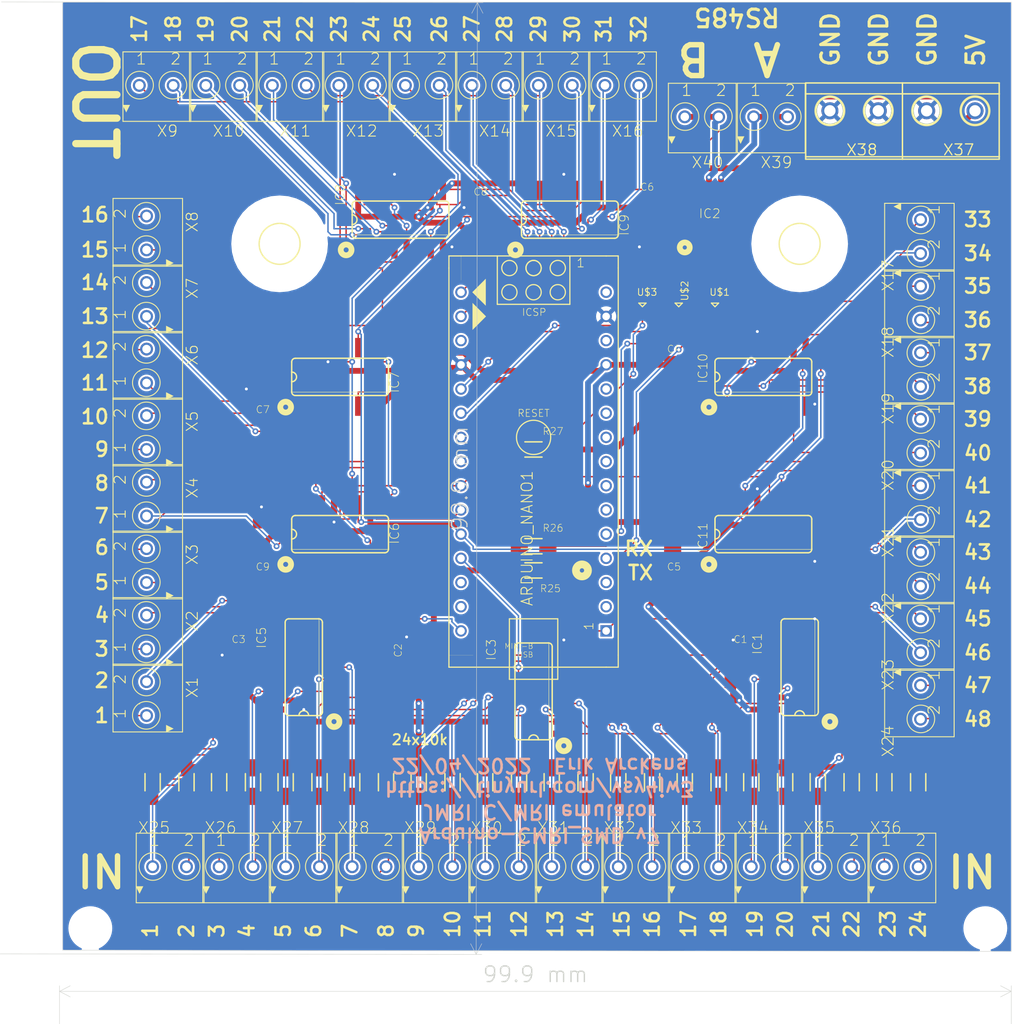
<source format=kicad_pcb>
(kicad_pcb (version 20211014) (generator pcbnew)
  (layers (0 "F.Cu" signal) (31 "B.Cu" signal) (34 "B.Paste" user) (35 "F.Paste" user) (36 "B.SilkS" user "B.Silkscreen") (37 "F.SilkS" user "F.Silkscreen") (38 "B.Mask" user) (39 "F.Mask" user) (44 "Edge.Cuts" user))
  (net 0 "")
  (net 1 "GND")
  (net 2 "VCC")
  (net 3 "N$51")
  (net 4 "D6")
  (net 5 "D8")
  (net 6 "D7")
  (net 7 "N$1")
  (net 8 "N$3")
  (net 9 "N$5")
  (net 10 "N$7")
  (net 11 "N$9")
  (net 12 "N$11")
  (net 13 "N$13")
  (net 14 "N$15")
  (net 15 "N$19")
  (net 16 "N$21")
  (net 17 "N$23")
  (net 18 "N$25")
  (net 19 "N$27")
  (net 20 "N$29")
  (net 21 "N$31")
  (net 22 "N$33")
  (net 23 "N$35")
  (net 24 "N$37")
  (net 25 "N$39")
  (net 26 "N$41")
  (net 27 "N$43")
  (net 28 "N$45")
  (net 29 "N$47")
  (net 30 "N$57")
  (net 31 "D9")
  (net 32 "D12")
  (net 33 "D13")
  (net 34 "A")
  (net 35 "D2")
  (net 36 "TX")
  (net 37 "RX")
  (net 38 "N$2")
  (net 39 "N$4")
  (net 40 "N$6")
  (net 41 "N$8")
  (net 42 "N$10")
  (net 43 "N$12")
  (net 44 "N$14")
  (net 45 "N$16")
  (net 46 "N$18")
  (net 47 "N$20")
  (net 48 "N$22")
  (net 49 "N$24")
  (net 50 "N$26")
  (net 51 "N$28")
  (net 52 "N$30")
  (net 53 "N$32")
  (net 54 "N$34")
  (net 55 "N$36")
  (net 56 "N$38")
  (net 57 "N$40")
  (net 58 "N$42")
  (net 59 "N$44")
  (net 60 "N$46")
  (net 61 "N$48")
  (net 62 "N$49")
  (net 63 "N$50")
  (net 64 "N$52")
  (net 65 "N$53")
  (net 66 "N$59")
  (net 67 "N$60")
  (net 68 "N$61")
  (net 69 "N$62")
  (net 70 "N$63")
  (net 71 "N$64")
  (net 72 "N$65")
  (net 73 "N$66")
  (net 74 "N$67")
  (net 75 "N$69")
  (net 76 "N$71")
  (net 77 "N$72")
  (net 78 "N$73")
  (net 79 "N$74")
  (net 80 "N$75")
  (net 81 "N$76")
  (net 82 "N$77")
  (net 83 "N$78")
  (net 84 "N$79")
  (net 85 "N$80")
  (net 86 "N$81")
  (net 87 "N$82")
  (net 88 "N$83")
  (net 89 "N$84")
  (net 90 "N$85")
  (net 91 "N$86")
  (net 92 "B")
  (net 93 "D3")
  (net 94 "N$17")
  (net 95 "N$54")
  (net 96 "N$58")
  (net 97 "VIN")
  (footprint "Arduino-CMRI_SMD_v7_Nano:4,1" (layer "F.Cu") (at 176.0856 80.5461)
    (fp_text reference "H2" hide)
    (fp_text value "MOUNT-HOLE4.1" hide)
  )
  (footprint "Arduino-CMRI_SMD_v7_Nano:1206" (layer "F.Cu") (at 119.5706 94.5161 90)
    (fp_text reference "C7")
    (fp_text value "100nF")
  )
  (footprint "Arduino-CMRI_SMD_v7_Nano:R1206W" (layer "F.Cu") (at 143.0656 137.0611 90)
    (fp_text reference "R14" hide)
    (fp_text value "10k" hide)
  )
  (footprint "Arduino-CMRI_SMD_v7_Nano:R1206W" (layer "F.Cu") (at 153.6066 137.0611 90)
    (fp_text reference "R11" hide)
    (fp_text value "10k" hide)
  )
  (footprint "Arduino-CMRI_SMD_v7_Nano:1206" (layer "F.Cu") (at 160.2106 78.0061 90)
    (fp_text reference "C6")
    (fp_text value "100nF")
  )
  (footprint "Arduino-CMRI_SMD_v7_Nano:TERMINAL_2P_3,5MM" (layer "F.Cu") (at 149.9236 63.9091)
    (fp_text reference "X15")
    (fp_text value "TERMINAL_2P_3,5MM_V2" hide)
  )
  (footprint "Arduino-CMRI_SMD_v7_Nano:1206" (layer "F.Cu") (at 162.7506 111.0261 90)
    (fp_text reference "C5")
    (fp_text value "100nF")
  )
  (footprint "Arduino-CMRI_SMD_v7_Nano:TERMINAL_2P_3,5MM" (layer "F.Cu") (at 188.7856 128.1711 -90)
    (fp_text reference "X24")
    (fp_text value "TERMINAL_2P_3,5MM_V2" hide)
  )
  (footprint "Arduino-CMRI_SMD_v7_Nano:TERMINAL_2P_3,5MM" (layer "F.Cu") (at 121.9836 63.9091)
    (fp_text reference "X11")
    (fp_text value "TERMINAL_2P_3,5MM_V2" hide)
  )
  (footprint "Arduino-CMRI_SMD_v7_Nano:1206" (layer "F.Cu") (at 162.7506 94.5161 90)
    (fp_text reference "C4")
    (fp_text value "100nF")
  )
  (footprint "Arduino-CMRI_SMD_v7_Nano:TERMINAL_2P_3,5MM" (layer "F.Cu") (at 172.2756 145.9511)
    (fp_text reference "X34")
    (fp_text value "TERMINAL_2P_3,5MM_V2" hide)
  )
  (footprint "Arduino-CMRI_SMD_v7_Nano:TERMINAL_2P_3,5MM" (layer "F.Cu") (at 107.5056 128.8061 90)
    (fp_text reference "X1")
    (fp_text value "TERMINAL_2P_3,5MM_V2" hide)
  )
  (footprint "Arduino-CMRI_SMD_v7_Nano:TERMINAL_2P_3,5MM" (layer "F.Cu") (at 165.2906 145.9511)
    (fp_text reference "X33")
    (fp_text value "TERMINAL_2P_3,5MM_V2" hide)
  )
  (footprint "Arduino-CMRI_SMD_v7_Nano:CHIPLED_0603" (layer "F.Cu") (at 167.1956 86.8961 180)
    (fp_text reference "U$1")
    (fp_text value "TX")
  )
  (footprint "Arduino-CMRI_SMD_v7_Nano:SO08" (layer "F.Cu") (at 167.1956 78.0061)
    (fp_text reference "IC2")
    (fp_text value "MAX485")
  )
  (footprint "Arduino-CMRI_SMD_v7_Nano:TERMINAL_2P_3,5MM" (layer "F.Cu") (at 165.2906 67.2111)
    (fp_text reference "X40")
    (fp_text value "TERMINAL_2P_3,5MM_V2" hide)
  )
  (footprint "Arduino-CMRI_SMD_v7_Nano:SO16" (layer "F.Cu") (at 134.1756 78.0061)
    (fp_text reference "IC8")
    (fp_text value "74HC595D")
  )
  (footprint "Arduino-CMRI_SMD_v7_Nano:1206" (layer "F.Cu") (at 136.0806 124.9961 -90)
    (fp_text reference "C2")
    (fp_text value "100nF")
  )
  (footprint "Arduino-CMRI_SMD_v7_Nano:R1206W" (layer "F.Cu") (at 148.1456 112.2961)
    (fp_text reference "R26")
    (fp_text value "1k")
  )
  (footprint "Arduino-CMRI_SMD_v7_Nano:ARDUINO_NANO" (layer "F.Cu") (at 148.1456 100.8661 90)
    (fp_text reference "ARDUINO_NANO1")
    (fp_text value "")
  )
  (footprint "Arduino-CMRI_SMD_v7_Nano:R1206W" (layer "F.Cu") (at 108.1406 137.0611 90)
    (fp_text reference "R24" hide)
    (fp_text value "10k" hide)
  )
  (footprint "Arduino-CMRI_SMD_v7_Nano:R1206W" (layer "F.Cu") (at 115.1256 137.0611 90)
    (fp_text reference "R22" hide)
    (fp_text value "10k" hide)
  )
  (footprint "Arduino-CMRI_SMD_v7_Nano:TERMINAL_2P_3,5MM" (layer "F.Cu") (at 188.7856 93.2461 -90)
    (fp_text reference "X19")
    (fp_text value "TERMINAL_2P_3,5MM_V2" hide)
  )
  (footprint "Arduino-CMRI_SMD_v7_Nano:TERMINAL_2P_3,5MM" (layer "F.Cu") (at 172.5296 67.2111)
    (fp_text reference "X39")
    (fp_text value "TERMINAL_2P_3,5MM_V2" hide)
  )
  (footprint "Arduino-CMRI_SMD_v7_Nano:TERMINAL_2P_3,5MM" (layer "F.Cu") (at 107.5056 86.8961 90)
    (fp_text reference "X7")
    (fp_text value "TERMINAL_2P_3,5MM_V2" hide)
  )
  (footprint "Arduino-CMRI_SMD_v7_Nano:R1206W" (layer "F.Cu") (at 150.0506 137.0611 90)
    (fp_text reference "R12" hide)
    (fp_text value "10k" hide)
  )
  (footprint "Arduino-CMRI_SMD_v7_Nano:R1206W" (layer "F.Cu") (at 188.5316 137.0611 90)
    (fp_text reference "R1" hide)
    (fp_text value "10k" hide)
  )
  (footprint "Arduino-CMRI_SMD_v7_Nano:R1206W" (layer "F.Cu") (at 148.1456 102.1361)
    (fp_text reference "R27")
    (fp_text value "1k")
  )
  (footprint "Arduino-CMRI_SMD_v7_Nano:TERMINAL_2P_3,5MM" (layer "F.Cu") (at 151.3206 145.9511)
    (fp_text reference "X31")
    (fp_text value "TERMINAL_2P_3,5MM_V2" hide)
  )
  (footprint "Arduino-CMRI_SMD_v7_Nano:TERMINAL_2P_3,5MM" (layer "F.Cu") (at 156.9086 63.9091)
    (fp_text reference "X16")
    (fp_text value "TERMINAL_2P_3,5MM_V2" hide)
  )
  (footprint "Arduino-CMRI_SMD_v7_Nano:1206" (layer "F.Cu") (at 119.5706 111.0261 -90)
    (fp_text reference "C9")
    (fp_text value "100nF")
  )
  (footprint "Arduino-CMRI_SMD_v7_Nano:TERMINAL_2P_3,5MM" (layer "F.Cu") (at 130.3656 145.9511)
    (fp_text reference "X28")
    (fp_text value "TERMINAL_2P_3,5MM_V2" hide)
  )
  (footprint "Arduino-CMRI_SMD_v7_Nano:TERMINAL_2P_3,5MM" (layer "F.Cu") (at 108.0136 63.9091)
    (fp_text reference "X9")
    (fp_text value "TERMINAL_2P_3,5MM_V2" hide)
  )
  (footprint "Arduino-CMRI_SMD_v7_Nano:1206" (layer "F.Cu") (at 117.0306 124.9961 -90)
    (fp_text reference "C3")
    (fp_text value "100nF")
  )
  (footprint "Arduino-CMRI_SMD_v7_Nano:TERMINAL_2P_3,5MM" (layer "F.Cu") (at 107.5056 100.8661 90)
    (fp_text reference "X5")
    (fp_text value "TERMINAL_2P_3,5MM_V2" hide)
  )
  (footprint "Arduino-CMRI_SMD_v7_Nano:TERMINAL_2P_3,5MM" (layer "F.Cu") (at 109.4106 145.9511)
    (fp_text reference "X25")
    (fp_text value "TERMINAL_2P_3,5MM_V2" hide)
  )
  (footprint "Arduino-CMRI_SMD_v7_Nano:R1206W" (layer "F.Cu") (at 122.1106 137.0611 90)
    (fp_text reference "R20" hide)
    (fp_text value "10k" hide)
  )
  (footprint "Arduino-CMRI_SMD_v7_Nano:R1206W" (layer "F.Cu") (at 125.6666 137.0611 90)
    (fp_text reference "R19" hide)
    (fp_text value "10k" hide)
  )
  (footprint "Arduino-CMRI_SMD_v7_Nano:R1206W" (layer "F.Cu") (at 177.9906 137.0611 90)
    (fp_text reference "R4" hide)
    (fp_text value "10k" hide)
  )
  (footprint "Arduino-CMRI_SMD_v7_Nano:TERMINAL_2P_3,5MM" (layer "F.Cu") (at 107.5056 93.8811 90)
    (fp_text reference "X6")
    (fp_text value "TERMINAL_2P_3,5MM_V2" hide)
  )
  (footprint "Arduino-CMRI_SMD_v7_Nano:R1206W" (layer "F.Cu") (at 148.1456 114.8361)
    (fp_text reference "R25")
    (fp_text value "1k")
  )
  (footprint "Arduino-CMRI_SMD_v7_Nano:R1206W" (layer "F.Cu") (at 174.5616 137.0611 90)
    (fp_text reference "R5" hide)
    (fp_text value "10k" hide)
  )
  (footprint "Arduino-CMRI_SMD_v7_Nano:TERMINAL_2P_3,5MM" (layer "F.Cu") (at 188.7856 121.1861 -90)
    (fp_text reference "X23")
    (fp_text value "TERMINAL_2P_3,5MM_V2" hide)
  )
  (footprint "Arduino-CMRI_SMD_v7_Nano:TERMINAL_2P_3,5MM" (layer "F.Cu") (at 188.7856 86.2611 -90)
    (fp_text reference "X18")
    (fp_text value "TERMINAL_2P_3,5MM_V2" hide)
  )
  (footprint "Arduino-CMRI_SMD_v7_Nano:R1206W" (layer "F.Cu") (at 129.0956 137.0611 90)
    (fp_text reference "R18" hide)
    (fp_text value "10k" hide)
  )
  (footprint "Arduino-CMRI_SMD_v7_Nano:R1206W" (layer "F.Cu") (at 111.6966 137.0611 90)
    (fp_text reference "R23" hide)
    (fp_text value "10k" hide)
  )
  (footprint "Arduino-CMRI_SMD_v7_Nano:SO16" (layer "F.Cu") (at 127.8256 111.0261)
    (fp_text reference "IC6")
    (fp_text value "74HC595D")
  )
  (footprint "Arduino-CMRI_SMD_v7_Nano:TERMINAL_2P_3,5MM" (layer "F.Cu") (at 107.5056 114.8361 90)
    (fp_text reference "X3")
    (fp_text value "TERMINAL_2P_3,5MM_V2" hide)
  )
  (footprint "Arduino-CMRI_SMD_v7_Nano:R1206W" (layer "F.Cu") (at 164.0206 137.0611 90)
    (fp_text reference "R8" hide)
    (fp_text value "10k" hide)
  )
  (footprint "Arduino-CMRI_SMD_v7_Nano:TERMINAL_2P_3,5MM" (layer "F.Cu") (at 107.5056 79.9111 90)
    (fp_text reference "X8")
    (fp_text value "TERMINAL_2P_3,5MM_V2" hide)
  )
  (footprint "Arduino-CMRI_SMD_v7_Nano:TERMINAL_2P_3,5MM" (layer "F.Cu") (at 137.3506 145.9511)
    (fp_text reference "X29")
    (fp_text value "TERMINAL_2P_3,5MM_V2" hide)
  )
  (footprint "Arduino-CMRI_SMD_v7_Nano:R1206W" (layer "F.Cu") (at 118.6816 137.0611 90)
    (fp_text reference "R21" hide)
    (fp_text value "10k" hide)
  )
  (footprint "Arduino-CMRI_SMD_v7_Nano:R1206W" (layer "F.Cu") (at 132.6516 137.0611 90)
    (fp_text reference "R17" hide)
    (fp_text value "10k" hide)
  )
  (footprint "Arduino-CMRI_SMD_v7_Nano:TERMINAL_2P_3,5MM" (layer "F.Cu") (at 142.9386 63.9091)
    (fp_text reference "X14")
    (fp_text value "TERMINAL_2P_3,5MM_V2" hide)
  )
  (footprint "Arduino-CMRI_SMD_v7_Nano:TERMINAL_2P_3,5MM" (layer "F.Cu") (at 188.7856 114.2011 -90)
    (fp_text reference "X22")
    (fp_text value "TERMINAL_2P_3,5MM_V2" hide)
  )
  (footprint "Arduino-CMRI_SMD_v7_Nano:TERMINAL_2P_3,5MM" (layer "F.Cu") (at 179.2606 145.9511)
    (fp_text reference "X35")
    (fp_text value "TERMINAL_2P_3,5MM_V2" hide)
  )
  (footprint "Arduino-CMRI_SMD_v7_Nano:R1206W" (layer "F.Cu") (at 160.5916 137.0611 90)
    (fp_text reference "R9" hide)
    (fp_text value "10k" hide)
  )
  (footprint "Arduino-CMRI_SMD_v7_Nano:R1206W" (layer "F.Cu") (at 167.5766 137.0611 90)
    (fp_text reference "R7" hide)
    (fp_text value "10k" hide)
  )
  (footprint "Arduino-CMRI_SMD_v7_Nano:R1206W" (layer "F.Cu") (at 171.0056 137.0611 90)
    (fp_text reference "R6" hide)
    (fp_text value "10k" hide)
  )
  (footprint "Arduino-CMRI_SMD_v7_Nano:SO16" (layer "F.Cu") (at 172.2756 94.5161)
    (fp_text reference "IC10")
    (fp_text value "74HC595D")
  )
  (footprint "Arduino-CMRI_SMD_v7_Nano:TERMINAL_2P_3,5MM" (layer "F.Cu") (at 188.7856 107.2161 -90)
    (fp_text reference "X21")
    (fp_text value "TERMINAL_2P_3,5MM_V2" hide)
  )
  (footprint "Arduino-CMRI_SMD_v7_Nano:TERMINAL_2P_3,5MM" (layer "F.Cu") (at 107.5056 121.8211 90)
    (fp_text reference "X2")
    (fp_text value "TERMINAL_2P_3,5MM_V2" hide)
  )
  (footprint "Arduino-CMRI_SMD_v7_Nano:1206" (layer "F.Cu") (at 169.1006 124.9961 -90)
    (fp_text reference "C1")
    (fp_text value "100nF")
  )
  (footprint "Arduino-CMRI_SMD_v7_Nano:TERMINAL_2P_3,5MM" (layer "F.Cu") (at 144.3356 145.9511)
    (fp_text reference "X30")
    (fp_text value "TERMINAL_2P_3,5MM_V2" hide)
  )
  (footprint "Arduino-CMRI_SMD_v7_Nano:R1206W" (layer "F.Cu") (at 157.0356 137.0611 90)
    (fp_text reference "R10" hide)
    (fp_text value "10k" hide)
  )
  (footprint "Arduino-CMRI_SMD_v7_Nano:SO16" (layer "F.Cu") (at 151.9556 78.0061)
    (fp_text reference "IC9")
    (fp_text value "74HC595D")
  )
  (footprint "Arduino-CMRI_SMD_v7_Nano:TERMINAL_2P_3,5MM" (layer "F.Cu") (at 188.7856 100.2311 -90)
    (fp_text reference "X20")
    (fp_text value "TERMINAL_2P_3,5MM_V2" hide)
  )
  (footprint "Arduino-CMRI_SMD_v7_Nano:TERMINAL_2P_3,5MM" (layer "F.Cu") (at 123.3806 145.9511)
    (fp_text reference "X27")
    (fp_text value "TERMINAL_2P_3,5MM_V2" hide)
  )
  (footprint "Arduino-CMRI_SMD_v7_Nano:1206" (layer "F.Cu") (at 142.4306 78.0061 -90)
    (fp_text reference "C8")
    (fp_text value "100nF")
  )
  (footprint "Arduino-CMRI_SMD_v7_Nano:TERMINAL_2P_3,5MM" (layer "F.Cu") (at 158.3056 145.9511)
    (fp_text reference "X32")
    (fp_text value "TERMINAL_2P_3,5MM_V2" hide)
  )
  (footprint "Arduino-CMRI_SMD_v7_Nano:R1206W" (layer "F.Cu") (at 139.6366 137.0611 90)
    (fp_text reference "R15" hide)
    (fp_text value "10k" hide)
  )
  (footprint "Arduino-CMRI_SMD_v7_Nano:R1206W" (layer "F.Cu") (at 136.0806 137.0611 90)
    (fp_text reference "R16" hide)
    (fp_text value "10k" hide)
  )
  (footprint "Arduino-CMRI_SMD_v7_Nano:W237-132" (layer "F.Cu") (at 181.8006 67.2111 180)
    (fp_text reference "X38")
    (fp_text value "")
  )
  (footprint "Arduino-CMRI_SMD_v7_Nano:R1206W" (layer "F.Cu") (at 184.9756 137.0611 90)
    (fp_text reference "R2" hide)
    (fp_text value "10k" hide)
  )
  (footprint "Arduino-CMRI_SMD_v7_Nano:CHIPLED_0603" (layer "F.Cu") (at 163.3856 86.8961 180)
    (fp_text reference "U$2")
    (fp_text value "RX")
  )
  (footprint "Arduino-CMRI_SMD_v7_Nano:CHIPLED_0603" (layer "F.Cu") (at 159.5756 86.8961 180)
    (fp_text reference "U$3")
    (fp_text value "status")
  )
  (footprint "Arduino-CMRI_SMD_v7_Nano:R1206W" (layer "F.Cu") (at 181.5466 137.0611 90)
    (fp_text reference "R3" hide)
    (fp_text value "10k" hide)
  )
  (footprint "Arduino-CMRI_SMD_v7_Nano:W237-132" (layer "F.Cu") (at 191.9606 67.2111 180)
    (fp_text reference "X37")
    (fp_text value "")
  )
  (footprint "Arduino-CMRI_SMD_v7_Nano:TERMINAL_2P_3,5MM" (layer "F.Cu") (at 114.9986 63.9091)
    (fp_text reference "X10")
    (fp_text value "TERMINAL_2P_3,5MM_V2" hide)
  )
  (footprint "Arduino-CMRI_SMD_v7_Nano:TERMINAL_2P_3,5MM" (layer "F.Cu") (at 128.9686 63.9091)
    (fp_text reference "X12")
    (fp_text value "TERMINAL_2P_3,5MM_V2" hide)
  )
  (footprint "Arduino-CMRI_SMD_v7_Nano:TERMINAL_2P_3,5MM" (layer "F.Cu") (at 135.9536 63.9091)
    (fp_text reference "X13")
    (fp_text value "TERMINAL_2P_3,5MM_V2" hide)
  )
  (footprint "Arduino-CMRI_SMD_v7_Nano:TERMINAL_2P_3,5MM" (layer "F.Cu") (at 186.2456 145.9511)
    (fp_text reference "X36")
    (fp_text value "TERMINAL_2P_3,5MM_V2" hide)
  )
  (footprint "Arduino-CMRI_SMD_v7_Nano:SO16" (layer "F.Cu") (at 124.0156 124.9961 90)
    (fp_text reference "IC5")
    (fp_text value "74HC165D")
  )
  (footprint "" (layer "F.Cu") (at 195.58 152.4)
    (fp_text reference "")
    (fp_text value "")
  )
  (footprint "Arduino-CMRI_SMD_v7_Nano:TERMINAL_2P_3,5MM" (layer "F.Cu") (at 188.7856 79.2761 -90)
    (fp_text reference "X17")
    (fp_text value "TERMINAL_2P_3,5MM_V2" hide)
  )
  (footprint "Arduino-CMRI_SMD_v7_Nano:R1206W" (layer "F.Cu") (at 146.6216 137.0611 90)
    (fp_text reference "R13" hide)
    (fp_text value "10k" hide)
  )
  (footprint "Arduino-CMRI_SMD_v7_Nano:SO16" (layer "F.Cu") (at 176.0856 124.9961 90)
    (fp_text reference "IC1")
    (fp_text value "74HC165D")
  )
  (footprint "Arduino-CMRI_SMD_v7_Nano:TERMINAL_2P_3,5MM" (layer "F.Cu") (at 116.3956 145.9511)
    (fp_text reference "X26")
    (fp_text value "TERMINAL_2P_3,5MM_V2" hide)
  )
  (footprint "Arduino-CMRI_SMD_v7_Nano:4,1" (layer "F.Cu") (at 121.4756 80.5461)
    (fp_text reference "H1" hide)
    (fp_text value "MOUNT-HOLE4.1" hide)
  )
  (footprint "Arduino-CMRI_SMD_v7_Nano:SO16" (layer "F.Cu") (at 148.1456 127.5361 90)
    (fp_text reference "IC3")
    (fp_text value "74HC165D")
  )
  (footprint "Arduino-CMRI_SMD_v7_Nano:TERMINAL_2P_3,5MM" (layer "F.Cu") (at 107.5056 107.8511 90)
    (fp_text reference "X4")
    (fp_text value "TERMINAL_2P_3,5MM_V2" hide)
  )
  (footprint "" (layer "F.Cu") (at 101.6 152.4)
    (fp_text reference "")
    (fp_text value "")
  )
  (footprint "Arduino-CMRI_SMD_v7_Nano:SO16" (layer "F.Cu") (at 172.2756 111.0261)
    (fp_text reference "IC11")
    (fp_text value "74HC595D")
  )
  (footprint "Arduino-CMRI_SMD_v7_Nano:SO16" (layer "F.Cu") (at 127.8256 94.5161)
    (fp_text reference "IC7")
    (fp_text value "74HC595D")
  )
  (gr_circle (center 153.2256 114.8361) (end 153.8606 114.8361) (layer "F.SilkS") (width 0.8128) (fill none))
  (gr_line (start 98.6916 154.7141) (end 198.3106 154.8411) (layer "Edge.Cuts") (width 0.05))
  (gr_line (start 198.3106 154.8411) (end 198.3106 55.1661) (layer "Edge.Cuts") (width 0.05))
  (gr_line (start 98.6916 55.1661) (end 98.6916 154.7141) (layer "Edge.Cuts") (width 0.05))
  (gr_line (start 198.3106 55.1661) (end 98.6916 55.1661) (layer "Edge.Cuts") (width 0.05))
  (gr_text "Arduino-CMRI_SMD v7\nJMRI C/MRI emulator\nhttps://tinyurl.com/vsy4jw3\n22/04/2022  Erik Arckens" (at 148.7806 138.9661 -180) (layer "B.SilkS") (effects (font (size 1.5113 1.5113) (thickness 0.2667)) (justify mirror)))
  (gr_text "3" (at 115.7606 153.5711 90) (layer "F.SilkS") (effects (font (size 1.5113 1.5113) (thickness 0.2667)) (justify left bottom)))
  (gr_text "8" (at 133.5406 153.5711 90) (layer "F.SilkS") (effects (font (size 1.5113 1.5113) (thickness 0.2667)) (justify left bottom)))
  (gr_text "10" (at 140.5256 153.5711 90) (layer "F.SilkS") (effects (font (size 1.5113 1.5113) (thickness 0.2667)) (justify left bottom)))
  (gr_text "11" (at 143.7006 153.5711 90) (layer "F.SilkS") (effects (font (size 1.5113 1.5113) (thickness 0.2667)) (justify left bottom)))
  (gr_text "RX" (at 160.8456 111.6611) (layer "F.SilkS") (effects (font (size 1.5113 1.5113) (thickness 0.2667)) (justify right top)))
  (gr_text "9" (at 103.6956 101.2471) (layer "F.SilkS") (effects (font (size 1.5113 1.5113) (thickness 0.2667)) (justify right top)))
  (gr_text "20" (at 175.4506 153.5711 90) (layer "F.SilkS") (effects (font (size 1.5113 1.5113) (thickness 0.2667)) (justify left bottom)))
  (gr_text "8" (at 103.6956 104.8031) (layer "F.SilkS") (effects (font (size 1.5113 1.5113) (thickness 0.2667)) (justify right top)))
  (gr_text "23" (at 186.2456 153.5711 90) (layer "F.SilkS") (effects (font (size 1.5113 1.5113) (thickness 0.2667)) (justify left bottom)))
  (gr_text "7" (at 103.6956 108.2321) (layer "F.SilkS") (effects (font (size 1.5113 1.5113) (thickness 0.2667)) (justify right top)))
  (gr_text "42" (at 196.4056 108.6131) (layer "F.SilkS") (effects (font (size 1.5113 1.5113) (thickness 0.2667)) (justify right top)))
  (gr_text "12" (at 103.6956 90.8331) (layer "F.SilkS") (effects (font (size 1.5113 1.5113) (thickness 0.2667)) (justify right top)))
  (gr_text "TX" (at 160.8456 114.2011) (layer "F.SilkS") (effects (font (size 1.5113 1.5113) (thickness 0.2667)) (justify right top)))
  (gr_text "21" (at 179.2606 153.5711 90) (layer "F.SilkS") (effects (font (size 1.5113 1.5113) (thickness 0.2667)) (justify left bottom)))
  (gr_text "48" (at 196.4056 129.5681) (layer "F.SilkS") (effects (font (size 1.5113 1.5113) (thickness 0.2667)) (justify right top)))
  (gr_text "5" (at 122.7456 153.5711 90) (layer "F.SilkS") (effects (font (size 1.5113 1.5113) (thickness 0.2667)) (justify left bottom)))
  (gr_text "15" (at 158.3056 153.5711 90) (layer "F.SilkS") (effects (font (size 1.5113 1.5113) (thickness 0.2667)) (justify left bottom)))
  (gr_text "22" (at 125.0316 59.5911 90) (layer "F.SilkS") (effects (font (size 1.5113 1.5113) (thickness 0.2667)) (justify left bottom)))
  (gr_text "43" (at 196.4056 112.0421) (layer "F.SilkS") (effects (font (size 1.5113 1.5113) (thickness 0.2667)) (justify right top)))
  (gr_text "23" (at 128.5876 59.5911 90) (layer "F.SilkS") (effects (font (size 1.5113 1.5113) (thickness 0.2667)) (justify left bottom)))
  (gr_text "5" (at 103.6956 115.2171) (layer "F.SilkS") (effects (font (size 1.5113 1.5113) (thickness 0.2667)) (justify right top)))
  (gr_text "37" (at 196.4056 91.0871) (layer "F.SilkS") (effects (font (size 1.5113 1.5113) (thickness 0.2667)) (justify right top)))
  (gr_text "24" (at 189.4206 153.5711 90) (layer "F.SilkS") (effects (font (size 1.5113 1.5113) (thickness 0.2667)) (justify left bottom)))
  (gr_text "28" (at 145.9866 59.5911 90) (layer "F.SilkS") (effects (font (size 1.5113 1.5113) (thickness 0.2667)) (justify left bottom)))
  (gr_text "24x10k" (at 139.2556 131.9811) (layer "F.SilkS") (effects (font (size 1.0795 1.0795) (thickness 0.1905)) (justify right top)))
  (gr_text "B" (at 166.9416 59.2101 180) (layer "F.SilkS") (effects (font (size 3.2385 3.2385) (thickness 0.5715)) (justify left bottom)))
  (gr_text "2" (at 112.5856 153.5711 90) (layer "F.SilkS") (effects (font (size 1.5113 1.5113) (thickness 0.2667)) (justify left bottom)))
  (gr_text "22" (at 182.4356 153.5711 90) (layer "F.SilkS") (effects (font (size 1.5113 1.5113) (thickness 0.2667)) (justify left bottom)))
  (gr_text "45" (at 196.4056 119.0271) (layer "F.SilkS") (effects (font (size 1.5113 1.5113) (thickness 0.2667)) (justify right top)))
  (gr_text "29" (at 149.5426 59.5911 90) (layer "F.SilkS") (effects (font (size 1.5113 1.5113) (thickness 0.2667)) (justify left bottom)))
  (gr_text "IN" (at 197.0406 144.6811) (layer "F.SilkS") (effects (font (size 3.2385 3.2385) (thickness 0.5715)) (justify right top)))
  (gr_text "13" (at 151.3206 153.5711 90) (layer "F.SilkS") (effects (font (size 1.5113 1.5113) (thickness 0.2667)) (justify left bottom)))
  (gr_text "25" (at 135.3186 59.5911 90) (layer "F.SilkS") (effects (font (size 1.5113 1.5113) (thickness 0.2667)) (justify left bottom)))
  (gr_text "12" (at 147.5106 153.5711 90) (layer "F.SilkS") (effects (font (size 1.5113 1.5113) (thickness 0.2667)) (justify left bottom)))
  (gr_text "19" (at 114.6176 59.5911 90) (layer "F.SilkS") (effects (font (size 1.5113 1.5113) (thickness 0.2667)) (justify left bottom)))
  (gr_text "6" (at 103.6956 111.5341) (layer "F.SilkS") (effects (font (size 1.5113 1.5113) (thickness 0.2667)) (justify right top)))
  (gr_text "18" (at 168.4656 153.5711 90) (layer "F.SilkS") (effects (font (size 1.5113 1.5113) (thickness 0.2667)) (justify left bottom)))
  (gr_text "20" (at 118.1736 59.5911 90) (layer "F.SilkS") (effects (font (size 1.5113 1.5113) (thickness 0.2667)) (justify left bottom)))
  (gr_text "1" (at 103.6956 129.1871) (layer "F.SilkS") (effects (font (size 1.5113 1.5113) (thickness 0.2667)) (justify right top)))
  (gr_text "32" (at 160.0836 59.5911 90) (layer "F.SilkS") (effects (font (size 1.5113 1.5113) (thickness 0.2667)) (justify left bottom)))
  (gr_text "6" (at 125.9206 153.5711 90) (layer "F.SilkS") (effects (font (size 1.5113 1.5113) (thickness 0.2667)) (justify left bottom)))
  (gr_text "7" (at 129.7306 153.5711 90) (layer "F.SilkS") (effects (font (size 1.5113 1.5113) (thickness 0.2667)) (justify left bottom)))
  (gr_text "24" (at 132.0166 59.5911 90) (layer "F.SilkS") (effects (font (size 1.5113 1.5113) (thickness 0.2667)) (justify left bottom)))
  (gr_text "47" (at 196.4056 126.0121) (layer "F.SilkS") (effects (font (size 1.5113 1.5113) (thickness 0.2667)) (justify right top)))
  (gr_text "9" (at 136.7156 153.5711 90) (layer "F.SilkS") (effects (font (size 1.5113 1.5113) (thickness 0.2667)) (justify left bottom)))
  (gr_text "GND" (at 185.4836 62.1311 90) (layer "F.SilkS") (effects (font (size 1.85674 1.85674) (thickness 0.32766)) (justify left bottom)))
  (gr_text "40" (at 196.4056 101.6281) (layer "F.SilkS") (effects (font (size 1.5113 1.5113) (thickness 0.2667)) (justify right top)))
  (gr_text "GND" (at 180.4036 62.1311 90) (layer "F.SilkS") (effects (font (size 1.85674 1.85674) (thickness 0.32766)) (justify left bottom)))
  (gr_text "10" (at 103.6956 97.8181) (layer "F.SilkS") (effects (font (size 1.5113 1.5113) (thickness 0.2667)) (justify right top)))
  (gr_text "21" (at 121.6026 59.5911 90) (layer "F.SilkS") (effects (font (size 1.5113 1.5113) (thickness 0.2667)) (justify left bottom)))
  (gr_text "11" (at 103.6956 94.2621) (layer "F.SilkS") (effects (font (size 1.5113 1.5113) (thickness 0.2667)) (justify right top)))
  (gr_text "OUT" (at 99.5046 58.8291 270) (layer "F.SilkS") (effects (font (size 4.318 4.318) (thickness 0.762)) (justify left bottom)))
  (gr_text "36" (at 196.4056 87.6581) (layer "F.SilkS") (effects (font (size 1.5113 1.5113) (thickness 0.2667)) (justify right top)))
  (gr_text "GND" (at 190.5636 62.1311 90) (layer "F.SilkS") (effects (font (size 1.85674 1.85674) (thickness 0.32766)) (justify left bottom)))
  (gr_text "4" (at 118.9356 153.5711 90) (layer "F.SilkS") (effects (font (size 1.5113 1.5113) (thickness 0.2667)) (justify left bottom)))
  (gr_text "44" (at 196.4056 115.5981) (layer "F.SilkS") (effects (font (size 1.5113 1.5113) (thickness 0.2667)) (justify right top)))
  (gr_text "35" (at 196.4056 84.1021) (layer "F.SilkS") (effects (font (size 1.5113 1.5113) (thickness 0.2667)) (justify right top)))
  (gr_text "33" (at 196.4056 77.1171) (layer "F.SilkS") (effects (font (size 1.5113 1.5113) (thickness 0.2667)) (justify right top)))
  (gr_text "46" (at 196.4056 122.5831) (layer "F.SilkS") (effects (font (size 1.5113 1.5113) (thickness 0.2667)) (justify right top)))
  (gr_text "RS485" (at 174.1806 55.6541 180) (layer "F.SilkS") (effects (font (size 1.85674 1.85674) (thickness 0.32766)) (justify left bottom)))
  (gr_text "26" (at 139.1286 59.5911 90) (layer "F.SilkS") (effects (font (size 1.5113 1.5113) (thickness 0.2667)) (justify left bottom)))
  (gr_text "IN" (at 105.6006 144.6811) (layer "F.SilkS") (effects (font (size 3.2385 3.2385) (thickness 0.5715)) (justify right top)))
  (gr_text "19" (at 172.2756 153.5711 90) (layer "F.SilkS") (effects (font (size 1.5113 1.5113) (thickness 0.2667)) (justify left bottom)))
  (gr_text "41" (at 196.4056 105.0571) (layer "F.SilkS") (effects (font (size 1.5113 1.5113) (thickness 0.2667)) (justify right top)))
  (gr_text "A" (at 174.4346 59.2101 180) (layer "F.SilkS") (effects (font (size 3.2385 3.2385) (thickness 0.5715)) (justify left bottom)))
  (gr_text "16" (at 103.6956 76.6091) (layer "F.SilkS") (effects (font (size 1.5113 1.5113) (thickness 0.2667)) (justify right top)))
  (gr_text "39" (at 196.4056 98.0721) (layer "F.SilkS") (effects (font (size 1.5113 1.5113) (thickness 0.2667)) (justify right top)))
  (gr_text "30" (at 153.0986 59.5911 90) (layer "F.SilkS") (effects (font (size 1.5113 1.5113) (thickness 0.2667)) (justify left bottom)))
  (gr_text "27" (at 142.5576 59.5911 90) (layer "F.SilkS") (effects (font (size 1.5113 1.5113) (thickness 0.2667)) (justify left bottom)))
  (gr_text "13" (at 103.6956 87.2771) (layer "F.SilkS") (effects (font (size 1.5113 1.5113) (thickness 0.2667)) (justify right top)))
  (gr_text "1" (at 108.7756 153.5711 90) (layer "F.SilkS") (effects (font (size 1.5113 1.5113) (thickness 0.2667)) (justify left bottom)))
  (gr_text "38" (at 196.4056 94.6431) (layer "F.SilkS") (effects (font (size 1.5113 1.5113) (thickness 0.2667)) (justify right top)))
  (gr_text "5V" (at 195.6436 62.1311 90) (layer "F.SilkS") (effects (font (size 1.85674 1.85674) (thickness 0.32766)) (justify left bottom)))
  (gr_text "31" (at 156.4006 59.5911 90) (layer "F.SilkS") (effects (font (size 1.5113 1.5113) (thickness 0.2667)) (justify left bottom)))
  (gr_text "2" (at 103.6956 125.5041) (layer "F.SilkS") (effects (font (size 1.5113 1.5113) (thickness 0.2667)) (justify right top)))
  (gr_text "3" (at 103.6956 122.2021) (layer "F.SilkS") (effects (font (size 1.5113 1.5113) (thickness 0.2667)) (justify right top)))
  (gr_text "14" (at 154.4956 153.5711 90) (layer "F.SilkS") (effects (font (size 1.5113 1.5113) (thickness 0.2667)) (justify left bottom)))
  (gr_text "14" (at 103.6956 83.7211) (layer "F.SilkS") (effects (font (size 1.5113 1.5113) (thickness 0.2667)) (justify right top)))
  (gr_text "17" (at 165.2906 153.5711 90) (layer "F.SilkS") (effects (font (size 1.5113 1.5113) (thickness 0.2667)) (justify left bottom)))
  (gr_text "34" (at 196.4056 80.6731) (layer "F.SilkS") (effects (font (size 1.5113 1.5113) (thickness 0.2667)) (justify right top)))
  (gr_text "17" (at 107.6326 59.5911 90) (layer "F.SilkS") (effects (font (size 1.5113 1.5113) (thickness 0.2667)) (justify left bottom)))
  (gr_text "15" (at 103.6956 80.2921) (layer "F.SilkS") (effects (font (size 1.5113 1.5113) (thickness 0.2667)) (justify right top)))
  (gr_text "16" (at 161.4806 153.5711 90) (layer "F.SilkS") (effects (font (size 1.5113 1.5113) (thickness 0.2667)) (justify left bottom)))
  (gr_text "18" (at 111.1886 59.5911 90) (layer "F.SilkS") (effects (font (size 1.5113 1.5113) (thickness 0.2667)) (justify left bottom)))
  (gr_text "4" (at 103.6956 118.6461) (layer "F.SilkS") (effects (font (size 1.5113 1.5113) (thickness 0.2667)) (justify right top)))
  (dimension (type aligned) (layer "Edge.Cuts") (pts (xy 198.3106 162.4611) (xy 98.3616 162.4611)) (height 3.429) (gr_text "99.9 mm" (at 148.3361 157.2541) (layer "Edge.Cuts") (effects (font (size 1.63576 1.63576) (thickness 0.14224)))) (format (units 2) (units_format 1) (precision 1)) (style (thickness 0.05) (arrow_length 1.27) (text_position_mode 0) (extension_height 0.58642) (extension_offset 0) keep_text_aligned))
  (dimension (type aligned) (layer "Edge.Cuts") (pts (xy 92.2656 55.1461) (xy 92.1386 155.0951)) (height -49.978577) (gr_text "99.9 mm" (at 140.402638 105.181846 89.92719727) (layer "Edge.Cuts") (effects (font (size 1.63576 1.63576) (thickness 0.14224)))) (format (units 2) (units_format 1) (precision 1)) (style (thickness 0.05) (arrow_length 1.27) (text_position_mode 0) (extension_height 0.58642) (extension_offset 0) keep_text_aligned))
  (segment (start 162.7506 96.1036) (end 162.7506 95.9161) (width 0.6096) (layer "F.Cu") (net 1))
  (segment (start 142.1131 94.8336) (end 146.5581 94.8336) (width 0.6096) (layer "F.Cu") (net 1))
  (segment (start 146.8756 114.8361) (end 149.4156 117.3761) (width 0.6096) (layer "F.Cu") (net 1))
  (segment (start 127.089 120.5511) (end 133.2231 120.5511) (width 0.6096) (layer "F.Cu") (net 1))
  (segment (start 125.2856 130.7111) (end 124.0156 129.4411) (width 0.6096) (layer "F.Cu") (net 1))
  (segment (start 176.7206 113.8836) (end 176.7206 114.0995) (width 0.6096) (layer "F.Cu") (net 1))
  (segment (start 146.5581 94.8336) (end 146.5581 102.1361) (width 0.6096) (layer "F.Cu") (net 1))
  (segment (start 136.0806 123.4086) (end 136.0806 123.5961) (width 0.6096) (layer "F.Cu") (net 1))
  (segment (start 178.9431 120.5511) (end 179.159 120.5511) (width 0.6096) (layer "F.Cu") (net 1))
  (segment (start 171.6406 89.7536) (end 171.6406 91.4427) (width 0.6096) (layer "F.Cu") (net 1))
  (segment (start 124.0156 129.4411) (end 123.0631 128.4886) (width 0.6096) (layer "F.Cu") (net 1))
  (segment (start 115.4431 123.7261) (end 117.0306 123.7261) (width 0.6096) (layer "F.Cu") (net 1))
  (segment (start 178.3081 119.9161) (end 178.9431 120.5511) (width 0.6096) (layer "F.Cu") (net 1))
  (segment (start 123.0631 128.4886) (end 121.4756 128.4886) (width 0.6096) (layer "F.Cu") (net 1))
  (segment (start 177.6731 97.3736) (end 176.7206 97.3736) (width 0.6096) (layer "F.Cu") (net 1))
  (segment (start 146.8756 102.1361) (end 146.6466 102.1361) (width 0.6096) (layer "F.Cu") (net 1))
  (segment (start 177.6731 113.8836) (end 176.7206 113.8836) (width 0.6096) (layer "F.Cu") (net 1))
  (segment (start 169.1006 78.3236) (end 169.1006 75.4061) (width 0.6096) (layer "F.Cu") (net 1))
  (segment (start 158.9406 80.8636) (end 159.09935 80.70485) (width 0.6096) (layer "F.Cu") (net 1))
  (segment (start 142.4306 76.7361) (end 142.4306 76.6061) (width 0.6096) (layer "F.Cu") (net 1))
  (segment (start 121.1581 128.1711) (end 120.9422 128.1711) (width 0.6096) (layer "F.Cu") (net 1))
  (segment (start 159.2581 80.8636) (end 159.09935 80.70485) (width 0.6096) (layer "F.Cu") (net 1))
  (segment (start 156.7181 102.1361) (end 162.7506 96.1036) (width 0.6096) (layer "F.Cu") (net 1))
  (segment (start 135.28685 122.61485) (end 136.0806 123.4086) (width 0.6096) (layer "F.Cu") (net 1))
  (segment (start 146.5581 102.1361) (end 146.6466 102.1361) (width 0.6096) (layer "F.Cu") (net 1))
  (segment (start 140.5256 93.5636) (end 140.5256 93.2461) (width 0.6096) (layer "F.Cu") (net 1))
  (segment (start 151.3206 122.1386) (end 151.3206 123.0911) (width 0.6096) (layer "F.Cu") (net 1))
  (segment (start 132.2706 97.3736) (end 132.2706 97.5895) (width 0.6096) (layer "F.Cu") (net 1))
  (segment (start 169.1006 122.1386) (end 169.1006 123.5961) (width 0.6096) (layer "F.Cu") (net 1))
  (segment (start 137.6681 120.2336) (end 135.28685 122.61485) (width 0.6096) (layer "F.Cu") (net 1))
  (segment (start 157.9881 117.3761) (end 162.7506 112.6136) (width 0.6096) (layer "F.Cu") (net 1))
  (segment (start 151.3206 73.2436) (end 151.3206 74.9327) (width 0.6096) (layer "F.Cu") (net 1))
  (segment (start 140.5256 93.2461) (end 142.1131 94.8336) (width 0.6096) (layer "F.Cu") (net 1))
  (segment (start 174.8156 128.1711) (end 173.0122 128.1711) (width 0.6096) (layer "F.Cu") (net 1))
  (segment (start 138.6206 80.8636) (end 138.6206 81.0795) (width 0.6096) (layer "F.Cu") (net 1))
  (segment (start 119.5706 108.1686) (end 119.5706 109.6261) (width 0.6096) (layer "F.Cu") (net 1))
  (segment (start 140.5256 93.5636) (end 136.0806 93.5636) (width 0.6096) (layer "F.Cu") (net 1))
  (segment (start 146.8756 114.8361) (end 146.6466 114.8361) (width 0.6096) (layer "F.Cu") (net 1))
  (segment (start 132.2706 114.2011) (end 132.2706 114.0995) (width 0.6096) (layer "F.Cu") (net 1))
  (segment (start 146.8756 112.2961) (end 146.6466 112.2961) (width 0.6096) (layer "F.Cu") (net 1))
  (segment (start 177.6731 119.9161) (end 178.3081 119.9161) (width 0.6096) (layer "F.Cu") (net 1))
  (segment (start 121.4756 128.4886) (end 121.1581 128.1711) (width 0.6096) (layer "F.Cu") (net 1))
  (segment (start 171.6406 106.2636) (end 171.6406 107.9527) (width 0.6096) (layer "F.Cu") (net 1))
  (segment (start 133.5406 73.2436) (end 133.5406 74.9327) (width 0.6096) (layer "F.Cu") (net 1))
  (segment (start 146.6466 114.8361) (end 137.6681 114.8361) (width 0.6096) (layer "F.Cu") (net 1))
  (segment (start 156.4006 80.8636) (end 158.9406 80.8636) (width 0.6096) (layer "F.Cu") (net 1))
  (segment (start 151.9556 102.1361) (end 156.7181 102.1361) (width 0.6096) (layer "F.Cu") (net 1))
  (segment (start 159.09935 80.70485) (end 160.2106 79.5936) (width 0.6096) (layer "F.Cu") (net 1))
  (segment (start 160.2106 79.5936) (end 160.2106 79.4061) (width 0.6096) (layer "F.Cu") (net 1))
  (segment (start 126.5556 92.9286) (end 127.1906 92.9286) (width 0.6096) (layer "F.Cu") (net 1))
  (segment (start 137.6681 114.8361) (end 137.6681 120.2336) (width 0.6096) (layer "F.Cu") (net 1))
  (segment (start 117.9831 95.7861) (end 119.5706 95.7861) (width 0.6096) (layer "F.Cu") (net 1))
  (segment (start 145.0722 130.7111) (end 125.2856 130.7111) (width 0.6096) (layer "F.Cu") (net 1))
  (segment (start 161.1631 78.3236) (end 169.1006 78.3236) (width 0.6096) (layer "F.Cu") (net 1))
  (segment (start 134.65185 121.97985) (end 135.28685 122.61485) (width 0.6096) (layer "F.Cu") (net 1))
  (segment (start 160.2106 79.2761) (end 161.1631 78.3236) (width 0.6096) (layer "F.Cu") (net 1))
  (segment (start 132.9056 114.8361) (end 132.2706 114.2011) (width 0.6096) (layer "F.Cu") (net 1))
  (segment (start 151.3206 123.0911) (end 151.219 123.0911) (width 0.6096) (layer "F.Cu") (net 1))
  (segment (start 149.4156 117.3761) (end 157.9881 117.3761) (width 0.6096) (layer "F.Cu") (net 1))
  (segment (start 133.2231 120.5511) (end 134.65185 121.97985) (width 0.6096) (layer "F.Cu") (net 1))
  (segment (start 146.8756 112.2961) (end 146.8756 114.8361) (width 0.6096) (layer "F.Cu") (net 1))
  (segment (start 148.1456 103.4061) (end 150.6856 103.4061) (width 0.6096) (layer "F.Cu") (net 1))
  (segment (start 127.1906 109.7561) (end 127.1906 107.9527) (width 0.6096) (layer "F.Cu") (net 1))
  (segment (start 134.8106 121.8211) (end 134.65185 121.97985) (width 0.6096) (layer "F.Cu") (net 1))
  (segment (start 127.1906 92.9286) (end 127.1906 91.4427) (width 0.6096) (layer "F.Cu") (net 1))
  (segment (start 140.8431 76.7361) (end 142.4306 76.7361) (width 0.6096) (layer "F.Cu") (net 1))
  (segment (start 162.7506 112.6136) (end 162.7506 112.4261) (width 0.6096) (layer "F.Cu") (net 1))
  (segment (start 160.2106 79.2761) (end 160.2106 79.4061) (width 0.6096) (layer "F.Cu") (net 1))
  (segment (start 139.5731 80.8636) (end 138.6206 80.8636) (width 0.6096) (layer "F.Cu") (net 1))
  (segment (start 119.5706 95.7861) (end 119.5706 95.9161) (width 0.6096) (layer "F.Cu") (net 1))
  (segment (start 156.4006 80.8636) (end 156.4006 81.0795) (width 0.6096) (layer "F.Cu") (net 1))
  (segment (start 117.0306 123.7261) (end 117.0306 123.5961) (width 0.6096) (layer "F.Cu") (net 1))
  (segment (start 136.0806 93.5636) (end 132.2706 97.3736) (width 0.6096) (layer "F.Cu") (net 1))
  (segment (start 137.6681 114.8361) (end 132.9056 114.8361) (width 0.6096) (layer "F.Cu") (net 1))
  (segment (start 176.7206 97.3736) (end 176.7206 97.5895) (width 0.6096) (layer "F.Cu") (net 1))
  (segment (start 150.6856 103.4061) (end 151.9556 102.1361) (width 0.6096) (layer "F.Cu") (net 1))
  (segment (start 146.8756 102.1361) (end 148.1456 103.4061) (width 0.6096) (layer "F.Cu") (net 1))
  (via (at 151.3206 73.2436) (size 0.6096) (drill 0.3048) (layers "F.Cu" "B.Cu") (net 1))
  (via (at 115.4431 123.7261) (size 0.6096) (drill 0.3048) (layers "F.Cu" "B.Cu") (net 1))
  (via (at 171.6406 106.2636) (size 0.6096) (drill 0.3048) (layers "F.Cu" "B.Cu") (net 1))
  (via (at 169.1006 122.1386) (size 0.6096) (drill 0.3048) (layers "F.Cu" "B.Cu") (net 1))
  (via (at 133.5406 73.2436) (size 0.6096) (drill 0.3048) (layers "F.Cu" "B.Cu") (net 1))
  (via (at 177.6731 113.8836) (size 0.6096) (drill 0.3048) (layers "F.Cu" "B.Cu") (net 1))
  (via (at 126.5556 92.9286) (size 0.6096) (drill 0.3048) (layers "F.Cu" "B.Cu") (net 1))
  (via (at 177.6731 119.9161) (size 0.6096) (drill 0.3048) (layers "F.Cu" "B.Cu") (net 1))
  (via (at 124.0156 129.4411) (size 0.6096) (drill 0.3048) (layers "F.Cu" "B.Cu") (net 1))
  (via (at 117.9831 95.7861) (size 0.6096) (drill 0.3048) (layers "F.Cu" "B.Cu") (net 1))
  (via (at 171.6406 89.7536) (size 0.6096) (drill 0.3048) (layers "F.Cu" "B.Cu") (net 1))
  (via (at 127.1906 109.7561) (size 0.6096) (drill 0.3048) (layers "F.Cu" "B.Cu") (net 1))
  (via (at 119.5706 108.1686) (size 0.6096) (drill 0.3048) (layers "F.Cu" "B.Cu") (net 1))
  (via (at 177.6731 97.3736) (size 0.6096) (drill 0.3048) (layers "F.Cu" "B.Cu") (net 1))
  (via (at 134.8106 121.8211) (size 0.6096) (drill 0.3048) (layers "F.Cu" "B.Cu") (net 1))
  (via (at 174.8156 128.1711) (size 0.6096) (drill 0.3048) (layers "F.Cu" "B.Cu") (net 1))
  (via (at 140.8431 76.7361) (size 0.6096) (drill 0.3048) (layers "F.Cu" "B.Cu") (net 1))
  (via (at 151.3206 122.1386) (size 0.6096) (drill 0.3048) (layers "F.Cu" "B.Cu") (net 1))
  (via (at 159.2581 80.8636) (size 0.6096) (drill 0.3048) (layers "F.Cu" "B.Cu") (net 1))
  (via (at 139.5731 80.8636) (size 0.6096) (drill 0.3048) (layers "F.Cu" "B.Cu") (net 1))
  (segment (start 160.2106 76.4186) (end 160.2106 76.6061) (width 0.6096) (layer "F.Cu") (net 2))
  (segment (start 153.8606 109.7561) (end 153.8606 105.6286) (width 0.6096) (layer "F.Cu") (net 2))
  (segment (start 129.7306 77.6886) (end 129.7306 74.9327) (width 0.6096) (layer "F.Cu") (net 2))
  (segment (start 119.5706 92.9286) (end 119.5706 93.1161) (width 0.6096) (layer "F.Cu") (net 2))
  (segment (start 136.0806 135.4736) (end 132.9056 135.4736) (width 0.6096) (layer "F.Cu") (net 2))
  (segment (start 169.7356 128.4886) (end 169.1006 128.4886) (width 0.6096) (layer "F.Cu") (net 2))
  (segment (start 135.4456 91.9761) (end 135.28685 91.81735) (width 0.6096) (layer "F.Cu") (net 2))
  (segment (start 129.0956 135.4736) (end 132.5881 135.4736) (width 0.6096) (layer "F.Cu") (net 2))
  (segment (start 142.4306 79.5936) (end 139.2556 82.7686) (width 0.6096) (layer "F.Cu") (net 2))
  (segment (start 115.1256 135.4736) (end 118.6181 135.4736) (width 0.6096) (layer "F.Cu") (net 2))
  (segment (start 188.4681 72.6086) (end 194.5006 66.5761) (width 0.6096) (layer "F.Cu") (net 2))
  (segment (start 184.9756 135.4736) (end 184.9756 135.5621) (width 0.6096) (layer "F.Cu") (net 2))
  (segment (start 123.3806 91.6586) (end 123.3806 91.4427) (width 0.6096) (layer "F.Cu") (net 2))
  (segment (start 136.7156 78.3236) (end 136.0806 77.6886) (width 0.6096) (layer "F.Cu") (net 2))
  (segment (start 167.5131 92.2936) (end 167.8306 91.4427) (width 0.6096) (layer "F.Cu") (net 2))
  (segment (start 162.7506 109.7561) (end 162.7506 109.6261) (width 0.6096) (layer "F.Cu") (net 2))
  (segment (start 123.3806 107.9527) (end 123.3806 108.4861) (width 0.6096) (layer "F.Cu") (net 2))
  (segment (start 153.5431 135.4736) (end 153.6066 135.5621) (width 0.6096) (layer "F.Cu") (net 2))
  (segment (start 142.4306 78.9586) (end 140.8431 78.9586) (width 0.6096) (layer "F.Cu") (net 2))
  (segment (start 175.4506 93.8811) (end 175.4506 91.4427) (width 0.6096) (layer "F.Cu") (net 2))
  (segment (start 136.0806 135.4736) (end 136.0806 135.5621) (width 0.6096) (layer "F.Cu") (net 2))
  (segment (start 154.4956 76.7361) (end 160.2106 76.7361) (width 0.6096) (layer "F.Cu") (net 2))
  (segment (start 140.2081 78.3236) (end 136.7156 78.3236) (width 0.6096) (layer "F.Cu") (net 2))
  (segment (start 181.4831 135.4736) (end 181.5466 135.5621) (width 0.6096) (layer "F.Cu") (net 2))
  (segment (start 155.1306 75.7836) (end 154.33685 76.57735) (width 0.6096) (layer "F.Cu") (net 2))
  (segment (start 142.4306 78.9586) (end 142.4306 79.4061) (width 0.6096) (layer "F.Cu") (net 2))
  (segment (start 129.0956 135.4736) (end 125.9206 135.4736) (width 0.6096) (layer "F.Cu") (net 2))
  (segment (start 173.2281 129.4411) (end 173.0122 129.4411) (width 0.6096) (layer "F.Cu") (net 2))
  (segment (start 167.8306 108.1686) (end 167.1956 108.1686) (width 0.6096) (layer "F.Cu") (net 2))
  (segment (start 160.2106 118.6461) (end 168.94185 109.91485) (width 0.6096) (layer "F.Cu") (net 2))
  (segment (start 164.0206 135.4736) (end 164.0206 135.5621) (width 0.6096) (layer "F.Cu") (net 2))
  (segment (start 146.8756 74.1961) (end 147.5106 74.8311) (width 0.6096) (layer "F.Cu") (net 2))
  (segment (start 171.0056 135.4736) (end 171.0056 135.5621) (width 0.6096) (layer "F.Cu") (net 2))
  (segment (start 139.2556 87.8486) (end 135.28685 91.81735) (width 0.6096) (layer "F.Cu") (net 2))
  (segment (start 123.3806 108.4861) (end 121.31685 110.54985) (width 0.6096) (layer "F.Cu") (net 2))
  (segment (start 137.0331 76.7361) (end 137.3506 76.7361) (width 0.6096) (layer "F.Cu") (net 2))
  (segment (start 135.28685 91.81735) (end 133.2231 93.8811) (width 0.6096) (layer "F.Cu") (net 2))
  (segment (start 162.7506 92.9286) (end 166.5606 92.9286) (width 0.6096) (layer "F.Cu") (net 2))
  (segment (start 167.5131 92.2936) (end 169.1006 93.8811) (width 0.6096) (layer "F.Cu") (net 2))
  (segment (start 146.8756 135.1561) (end 145.2881 135.1561) (width 0.6096) (layer "F.Cu") (net 2))
  (segment (start 132.9056 135.4736) (end 132.6516 135.5621) (width 0.6096) (layer "F.Cu") (net 2))
  (segment (start 184.9756 135.4736) (end 188.4681 135.4736) (width 0.6096) (layer "F.Cu") (net 2))
  (segment (start 160.2106 76.7361) (end 160.2106 76.6061) (width 0.6096) (layer "F.Cu") (net 2))
  (segment (start 162.7506 93.2461) (end 162.7506 93.1161) (width 0.6096) (layer "F.Cu") (net 2))
  (segment (start 160.5281 135.4736) (end 160.5916 135.5621) (width 0.6096) (layer "F.Cu") (net 2))
  (segment (start 146.8756 135.4736) (end 146.6216 135.5621) (width 0.6096) (layer "F.Cu") (net 2))
  (segment (start 169.1006 128.4886) (end 169.1006 126.3961) (width 0.6096) (layer "F.Cu") (net 2))
  (segment (start 118.6181 135.4736) (end 118.6816 135.5621) (width 0.6096) (layer "F.Cu") (net 2))
  (segment (start 145.2881 135.1561) (end 143.3831 135.1561) (width 0.6096) (layer "F.Cu") (net 2))
  (segment (start 142.4306 79.2761) (end 142.4306 79.4061) (width 0.6096) (layer "F.Cu") (net 2))
  (segment (start 157.0356 135.4736) (end 157.0356 135.5621) (width 0.6096) (layer "F.Cu") (net 2))
  (segment (start 163.3856 75.4661) (end 161.1631 75.4661) (width 0.6096) (layer "F.Cu") (net 2))
  (segment (start 165.2906 75.4661) (end 165.2906 75.4061) (width 0.6096) (layer "F.Cu") (net 2))
  (segment (start 121.1581 135.4736) (end 121.1581 129.4411) (width 0.6096) (layer "F.Cu") (net 2))
  (segment (start 150.0506 135.4736) (end 150.0506 135.5621) (width 0.6096) (layer "F.Cu") (net 2))
  (segment (start 164.0206 108.1686) (end 162.7506 109.4386) (width 0.6096) (layer "F.Cu") (net 2))
  (segment (start 129.0956 135.4736) (end 129.0956 135.5621) (width 0.6096) (layer "F.Cu") (net 2))
  (segment (start 162.7506 109.4386) (end 162.7506 109.6261) (width 0.6096) (layer "F.Cu") (net 2))
  (segment (start 171.0056 135.4736) (end 167.8306 135.4736) (width 0.6096) (layer "F.Cu") (net 2))
  (segment (start 161.1631 75.4661) (end 160.2106 76.4186) (width 0.6096) (layer "F.Cu") (net 2))
  (segment (start 121.1581 129.4411) (end 120.9422 129.4411) (width 0.6096) (layer "F.Cu") (net 2))
  (segment (start 163.3856 75.4661) (end 166.2431 72.6086) (width 0.6096) (layer "F.Cu") (net 2))
  (segment (start 167.5131 135.4736) (end 167.5766 135.5621) (width 0.6096) (layer "F.Cu") (net 2))
  (segment (start 121.4756 110.7086) (end 121.31685 110.54985) (width 0.6096) (layer "F.Cu") (net 2))
  (segment (start 143.3831 135.1561) (end 143.0656 135.4736) (width 0.6096) (layer "F.Cu") (net 2))
  (segment (start 118.9356 135.4736) (end 118.6816 135.5621) (width 0.6096) (layer "F.Cu") (net 2))
  (segment (start 119.5706 112.2961) (end 119.5706 112.4261) (width 0.6096) (layer "F.Cu") (net 2))
  (segment (start 177.9906 135.4736) (end 174.8156 135.4736) (width 0.6096) (layer "F.Cu") (net 2))
  (segment (start 155.1306 74.9327) (end 155.1306 75.7836) (width 0.6096) (layer "F.Cu") (net 2))
  (segment (start 167.1956 108.1686) (end 168.94185 109.91485) (width 0.6096) (layer "F.Cu") (net 2))
  (segment (start 169.1006 110.0736) (end 175.4506 110.0736) (width 0.6096) (layer "F.Cu") (net 2))
  (segment (start 131.0006 110.7086) (end 131.0006 110.0736) (width 0.6096) (layer "F.Cu") (net 2))
  (segment (start 143.0656 135.4736) (end 143.0656 135.5621) (width 0.6096) (layer "F.Cu") (net 2))
  (segment (start 139.5731 135.4736) (end 136.0806 135.4736) (width 0.6096) (layer "F.Cu") (net 2))
  (segment (start 167.8306 135.4736) (end 167.5766 135.5621) (width 0.6096) (layer "F.Cu") (net 2))
  (segment (start 145.2881 135.1561) (end 145.2881 131.9811) (width 0.6096) (layer "F.Cu") (net 2))
  (segment (start 120.8406 91.6586) (end 119.5706 92.9286) (width 0.6096) (layer "F.Cu") (net 2))
  (segment (start 119.8881 129.4411) (end 117.0306 126.5836) (width 0.6096) (layer "F.Cu") (net 2))
  (segment (start 171.0056 135.4736) (end 173.2281 135.4736) (width 0.6096) (layer "F.Cu") (net 2))
  (segment (start 154.4956 76.7361) (end 154.33685 76.57735) (width 0.6096) (layer "F.Cu") (net 2))
  (segment (start 140.2081 109.7561) (end 153.8606 109.7561) (width 0.6096) (layer "F.Cu") (net 2))
  (segment (start 173.2281 135.4736) (end 174.4981 135.4736) (width 0.6096) (layer "F.Cu") (net 2))
  (segment (start 136.0806 128.8061) (end 136.0806 126.3961) (width 0.6096) (layer "F.Cu") (net 2))
  (segment (start 155.1306 93.8811) (end 155.7656 93.2461) (width 0.6096) (layer "F.Cu") (net 2))
  (segment (start 168.94185 109.91485) (end 169.1006 110.0736) (width 0.6096) (layer "F.Cu") (net 2))
  (segment (start 117.0306 126.5836) (end 117.0306 126.3961) (width 0.6096) (layer "F.Cu") (net 2))
  (segment (start 132.5881 135.4736) (end 132.6516 135.5621) (width 0.6096) (layer "F.Cu") (net 2))
  (segment (start 120.9422 129.4411) (end 119.8881 129.4411) (width 0.6096) (layer "F.Cu") (net 2))
  (segment (start 131.0006 110.0736) (end 131.0006 107.9527) (width 0.6096) (layer "F.Cu") (net 2))
  (segment (start 125.9206 135.4736) (end 125.6666 135.5621) (width 0.6096) (layer "F.Cu") (net 2))
  (segment (start 181.8006 135.4736) (end 181.5466 135.5621) (width 0.6096) (layer "F.Cu") (net 2))
  (segment (start 137.3506 76.7361) (end 137.3506 74.9327) (width 0.6096) (layer "F.Cu") (net 2))
  (segment (start 121.7931 91.6586) (end 120.8406 91.6586) (width 0.6096) (layer "F.Cu") (net 2))
  (segment (start 108.1406 135.4736) (end 108.1406 135.5621) (width 0.6096) (layer "F.Cu") (net 2))
  (segment (start 150.0506 135.4736) (end 146.8756 135.4736) (width 0.6096) (layer "F.Cu") (net 2))
  (segment (start 173.0122 129.4411) (end 170.6881 129.4411) (width 0.6096) (layer "F.Cu") (net 2))
  (segment (start 143.0656 135.4736) (end 139.8906 135.4736) (width 0.6096) (layer "F.Cu") (net 2))
  (segment (start 167.1956 108.1686) (end 164.0206 108.1686) (width 0.6096) (layer "F.Cu") (net 2))
  (segment (start 164.0206 135.4736) (end 160.8456 135.4736) (width 0.6096) (layer "F.Cu") (net 2))
  (segment (start 157.0356 135.4736) (end 160.5281 135.4736) (width 0.6096) (layer "F.Cu") (net 2))
  (segment (start 139.8906 135.4736) (end 139.6366 135.5621) (width 0.6096) (layer "F.Cu") (net 2))
  (segment (start 153.8606 109.7561) (end 162.7506 109.7561) (width 0.6096) (layer "F.Cu") (net 2))
  (segment (start 140.8431 91.9761) (end 142.7481 93.8811) (width 0.6096) (layer "F.Cu") (net 2))
  (segment (start 131.0006 93.8811) (end 131.0006 91.4427) (width 0.6096) (layer "F.Cu") (net 2))
  (segment (start 145.2881 131.9811) (end 145.0722 131.9811) (width 0.6096) (layer "F.Cu") (net 2))
  (segment (start 175.4506 110.0736) (end 175.4506 107.9527) (width 0.6096) (layer "F.Cu") (net 2))
  (segment (start 122.1106 135.4736) (end 122.1106 135.5621) (width 0.6096) (layer "F.Cu") (net 2))
  (segment (start 174.4981 135.4736) (end 174.5616 135.5621) (width 0.6096) (layer "F.Cu") (net 2))
  (segment (start 188.4681 135.4736) (end 188.5316 135.5621) (width 0.6096) (layer "F.Cu") (net 2))
  (segment (start 139.5731 135.4736) (end 139.6366 135.5621) (width 0.6096) (layer "F.Cu") (net 2))
  (segment (start 167.8306 108.1686) (end 167.8306 107.9527) (width 0.6096) (layer "F.Cu") (net 2))
  (segment (start 121.4756 110.7086) (end 131.0006 110.7086) (width 0.6096) (layer "F.Cu") (net 2))
  (segment (start 152.5906 78.3236) (end 143.3831 78.3236) (width 0.6096) (layer "F.Cu") (net 2))
  (segment (start 147.5106 74.8311) (end 147.5106 74.9327) (width 0.6096) (layer "F.Cu") (net 2))
  (segment (start 111.9506 135.4736) (end 115.1256 135.4736) (width 0.6096) (layer "F.Cu") (net 2))
  (segment (start 121.7931 91.6586) (end 124.0156 93.8811) (width 0.6096) (layer "F.Cu") (net 2))
  (segment (start 111.6331 135.4736) (end 111.6966 135.5621) (width 0.6096) (layer "F.Cu") (net 2))
  (segment (start 122.1106 135.4736) (end 125.6031 135.4736) (width 0.6096) (layer "F.Cu") (net 2))
  (segment (start 131.0006 110.0736) (end 139.8906 110.0736) (width 0.6096) (layer "F.Cu") (net 2))
  (segment (start 139.2556 82.7686) (end 139.2556 87.8486) (width 0.6096) (layer "F.Cu") (net 2))
  (segment (start 157.0356 135.4736) (end 153.8606 135.4736) (width 0.6096) (layer "F.Cu") (net 2))
  (segment (start 166.2431 72.6086) (end 188.4681 72.6086) (width 0.6096) (layer "F.Cu") (net 2))
  (segment (start 165.2906 75.4661) (end 163.3856 75.4661) (width 0.6096) (layer "F.Cu") (net 2))
  (segment (start 125.6031 135.4736) (end 125.6666 135.5621) (width 0.6096) (layer "F.Cu") (net 2))
  (segment (start 146.8756 135.1561) (end 146.6216 135.5621) (width 0.6096) (layer "F.Cu") (net 2))
  (segment (start 111.6331 135.4736) (end 108.1406 135.4736) (width 0.6096) (layer "F.Cu") (net 2))
  (segment (start 160.8456 135.4736) (end 160.5916 135.5621) (width 0.6096) (layer "F.Cu") (net 2))
  (segment (start 169.1006 93.8811) (end 175.4506 93.8811) (width 0.6096) (layer "F.Cu") (net 2))
  (segment (start 150.0506 135.4736) (end 153.5431 135.4736) (width 0.6096) (layer "F.Cu") (net 2))
  (segment (start 177.9906 135.4736) (end 181.4831 135.4736) (width 0.6096) (layer "F.Cu") (net 2))
  (segment (start 111.9506 135.4736) (end 111.6966 135.5621) (width 0.6096) (layer "F.Cu") (net 2))
  (segment (start 139.8906 110.0736) (end 140.2081 109.7561) (width 0.6096) (layer "F.Cu") (net 2))
  (segment (start 139.5731 74.1961) (end 146.8756 74.1961) (width 0.6096) (layer "F.Cu") (net 2))
  (segment (start 143.3831 78.3236) (end 142.4306 79.2761) (width 0.6096) (layer "F.Cu") (net 2))
  (segment (start 155.7656 93.2461) (end 162.7506 93.2461) (width 0.6096) (layer "F.Cu") (net 2))
  (segment (start 140.8431 78.9586) (end 140.2081 78.3236) (width 0.6096) (layer "F.Cu") (net 2))
  (segment (start 173.2281 135.4736) (end 173.2281 129.4411) (width 0.6096) (layer "F.Cu") (net 2))
  (segment (start 121.1581 135.4736) (end 118.9356 135.4736) (width 0.6096) (layer "F.Cu") (net 2))
  (segment (start 166.5606 92.9286) (end 167.8306 91.6586) (width 0.6096) (layer "F.Cu") (net 2))
  (segment (start 135.4456 91.9761) (end 140.8431 91.9761) (width 0.6096) (layer "F.Cu") (net 2))
  (segment (start 167.8306 91.6586) (end 167.8306 91.4427) (width 0.6096) (layer "F.Cu") (net 2))
  (segment (start 153.8606 135.4736) (end 153.6066 135.5621) (width 0.6096) (layer "F.Cu") (net 2))
  (segment (start 123.3806 91.6586) (end 121.7931 91.6586) (width 0.6096) (layer "F.Cu") (net 2))
  (segment (start 142.4306 79.5936) (end 142.4306 79.4061) (width 0.6096) (layer "F.Cu") (net 2))
  (segment (start 115.1256 135.4736) (end 115.1256 135.5621) (width 0.6096) (layer "F.Cu") (net 2))
  (segment (start 184.9756 135.4736) (end 181.8006 135.4736) (width 0.6096) (layer "F.Cu") (net 2))
  (segment (start 133.2231 93.8811) (end 131.0006 93.8811) (width 0.6096) (layer "F.Cu") (net 2))
  (segment (start 142.7481 93.8811) (end 155.1306 93.8811) (width 0.6096) (layer "F.Cu") (net 2))
  (segment (start 174.8156 135.4736) (end 174.5616 135.5621) (width 0.6096) (layer "F.Cu") (net 2))
  (segment (start 177.9906 135.4736) (end 177.9906 135.5621) (width 0.6096) (layer "F.Cu") (net 2))
  (segment (start 136.0806 77.6886) (end 129.7306 77.6886) (width 0.6096) (layer "F.Cu") (net 2))
  (segment (start 121.31685 110.54985) (end 119.5706 112.2961) (width 0.6096) (layer "F.Cu") (net 2))
  (segment (start 122.1106 135.4736) (end 121.1581 135.4736) (width 0.6096) (layer "F.Cu") (net 2))
  (segment (start 154.33685 76.57735) (end 152.5906 78.3236) (width 0.6096) (layer "F.Cu") (net 2))
  (segment (start 136.0806 135.4736) (end 136.0806 131.6636) (width 0.6096) (layer "F.Cu") (net 2))
  (segment (start 124.0156 93.8811) (end 131.0006 93.8811) (width 0.6096) (layer "F.Cu") (net 2))
  (segment (start 162.7506 92.9286) (end 162.7506 93.1161) (width 0.6096) (layer "F.Cu") (net 2))
  (segment (start 164.0206 135.4736) (end 167.5131 135.4736) (width 0.6096) (layer "F.Cu") (net 2))
  (via (at 136.0806 77.6886) (size 0.6096) (drill 0.3048) (layers "F.Cu" "B.Cu") (net 2))
  (via (at 137.0331 76.7361) (size 0.6096) (drill 0.3048) (layers "F.Cu" "B.Cu") (net 2))
  (via (at 170.6881 129.4411) (size 0.6096) (drill 0.3048) (layers "F.Cu" "B.Cu") (net 2))
  (via (at 160.2106 118.6461) (size 0.6096) (drill 0.3048) (layers "F.Cu" "B.Cu") (net 2))
  (via (at 153.8606 105.6286) (size 0.6096) (drill 0.3048) (layers "F.Cu" "B.Cu") (net 2))
  (via (at 136.0806 128.8061) (size 0.6096) (drill 0.3048) (layers "F.Cu" "B.Cu") (net 2))
  (via (at 136.0806 131.6636) (size 0.6096) (drill 0.3048) (layers "F.Cu" "B.Cu") (net 2))
  (via (at 139.5731 74.1961) (size 0.6096) (drill 0.3048) (layers "F.Cu" "B.Cu") (net 2))
  (via (at 169.7356 128.4886) (size 0.6096) (drill 0.3048) (layers "F.Cu" "B.Cu") (net 2))
  (segment (start 153.8606 95.1511) (end 155.7656 93.2461) (width 0.6096) (layer "B.Cu") (net 2))
  (segment (start 170.6881 129.4411) (end 169.7356 128.4886) (width 0.6096) (layer "B.Cu") (net 2))
  (segment (start 169.7356 128.4886) (end 169.7356 128.1711) (width 0.6096) (layer "B.Cu") (net 2))
  (segment (start 136.0806 131.6636) (end 136.0806 128.8061) (width 0.6096) (layer "B.Cu") (net 2))
  (segment (start 136.0806 77.6886) (end 137.0331 76.7361) (width 0.6096) (layer "B.Cu") (net 2))
  (segment (start 137.0331 76.7361) (end 139.5731 74.1961) (width 0.6096) (layer "B.Cu") (net 2))
  (segment (start 169.7356 128.1711) (end 160.2106 118.6461) (width 0.6096) (layer "B.Cu") (net 2))
  (segment (start 153.8606 105.6286) (end 153.8606 95.1511) (width 0.6096) (layer "B.Cu") (net 2))
  (segment (start 149.0981 76.4186) (end 147.1931 76.4186) (width 0.1524) (layer "F.Cu") (net 3))
  (segment (start 150.0506 75.4661) (end 149.0981 76.4186) (width 0.1524) (layer "F.Cu") (net 3))
  (segment (start 145.6056 74.8311) (end 138.6206 74.8311) (width 0.1524) (layer "F.Cu") (net 3))
  (segment (start 138.6206 74.8311) (end 138.6206 74.9327) (width 0.1524) (layer "F.Cu") (net 3))
  (segment (start 150.0506 74.9327) (end 150.0506 75.4661) (width 0.1524) (layer "F.Cu") (net 3))
  (segment (start 147.1931 76.4186) (end 145.6056 74.8311) (width 0.1524) (layer "F.Cu") (net 3))
  (segment (start 168.4656 104.9936) (end 168.4656 96.1036) (width 0.1524) (layer "F.Cu") (net 4))
  (segment (start 137.9856 76.4186) (end 137.9856 73.5611) (width 0.1524) (layer "F.Cu") (net 4))
  (segment (start 152.5906 74.9327) (end 152.5906 75.4661) (width 0.1524) (layer "F.Cu") (net 4))
  (segment (start 128.4606 105.9461) (end 128.4606 107.9527) (width 0.1524) (layer "F.Cu") (net 4))
  (segment (start 147.1931 77.0536) (end 145.6056 75.4661) (width 0.1524) (layer "F.Cu") (net 4))
  (segment (start 171.0056 92.9286) (end 172.9106 92.9286) (width 0.1524) (layer "F.Cu") (net 4))
  (segment (start 145.6056 75.4661) (end 141.1606 75.4661) (width 0.1524) (layer "F.Cu") (net 4))
  (segment (start 138.3031 77.0536) (end 138.3031 76.4186) (width 0.1524) (layer "F.Cu") (net 4))
  (segment (start 128.4606 92.9286) (end 128.4606 91.4427) (width 0.1524) (layer "F.Cu") (net 4))
  (segment (start 140.2081 76.4186) (end 138.3031 76.4186) (width 0.1524) (layer "F.Cu") (net 4))
  (segment (start 129.0956 105.9461) (end 128.4606 105.9461) (width 0.1524) (layer "F.Cu") (net 4))
  (segment (start 134.8106 73.5611) (end 134.8106 74.9327) (width 0.1524) (layer "F.Cu") (net 4))
  (segment (start 168.4656 104.9936) (end 172.9106 104.9936) (width 0.1524) (layer "F.Cu") (net 4))
  (segment (start 141.4781 104.9936) (end 168.4656 104.9936) (width 0.1524) (layer "F.Cu") (net 4))
  (segment (start 172.9106 104.9936) (end 172.9106 107.9527) (width 0.1524) (layer "F.Cu") (net 4))
  (segment (start 140.5256 105.9461) (end 129.0956 105.9461) (width 0.1524) (layer "F.Cu") (net 4))
  (segment (start 172.9106 92.9286) (end 172.9106 91.4427) (width 0.1524) (layer "F.Cu") (net 4))
  (segment (start 138.3031 76.4186) (end 137.9856 76.4186) (width 0.1524) (layer "F.Cu") (net 4))
  (segment (start 137.9856 73.5611) (end 134.8106 73.5611) (width 0.1524) (layer "F.Cu") (net 4))
  (segment (start 129.0956 92.9286) (end 128.4606 92.9286) (width 0.1524) (layer "F.Cu") (net 4))
  (segment (start 140.5256 105.9461) (end 141.4781 104.9936) (width 0.1524) (layer "F.Cu") (net 4))
  (segment (start 141.1606 75.4661) (end 140.2081 76.4186) (width 0.1524) (layer "F.Cu") (net 4))
  (segment (start 152.5906 75.4661) (end 151.0031 77.0536) (width 0.1524) (layer "F.Cu") (net 4))
  (segment (start 129.0956 105.9461) (end 129.0956 104.6761) (width 0.1524) (layer "F.Cu") (net 4))
  (segment (start 151.0031 77.0536) (end 147.1931 77.0536) (width 0.1524) (layer "F.Cu") (net 4))
  (via (at 171.0056 92.9286) (size 0.6096) (drill 0.3048) (layers "F.Cu" "B.Cu") (net 4))
  (via (at 129.0956 104.6761) (size 0.6096) (drill 0.3048) (layers "F.Cu" "B.Cu") (net 4))
  (via (at 129.0956 92.9286) (size 0.6096) (drill 0.3048) (layers "F.Cu" "B.Cu") (net 4))
  (via (at 138.3031 77.0536) (size 0.6096) (drill 0.3048) (layers "F.Cu" "B.Cu") (net 4))
  (via (at 168.4656 96.1036) (size 0.6096) (drill 0.3048) (layers "F.Cu" "B.Cu") (net 4))
  (segment (start 129.0956 86.2611) (end 138.3031 77.0536) (width 0.1524) (layer "B.Cu") (net 4))
  (segment (start 168.4656 96.1036) (end 168.4656 95.4686) (width 0.1524) (layer "B.Cu") (net 4))
  (segment (start 129.0956 92.9286) (end 129.0956 86.2611) (width 0.1524) (layer "B.Cu") (net 4))
  (segment (start 168.4656 95.4686) (end 171.0056 92.9286) (width 0.1524) (layer "B.Cu") (net 4))
  (segment (start 129.0956 104.6761) (end 129.0956 92.9286) (width 0.1524) (layer "B.Cu") (net 4))
  (segment (start 174.1806 104.9936) (end 174.1806 107.9527) (width 0.1524) (layer "F.Cu") (net 5))
  (segment (start 141.1606 77.6886) (end 137.0331 77.6886) (width 0.1524) (layer "F.Cu") (net 5))
  (segment (start 151.6381 77.6886) (end 141.1606 77.6886) (width 0.1524) (layer "F.Cu") (net 5))
  (segment (start 129.7306 109.7561) (end 129.7306 107.9527) (width 0.1524) (layer "F.Cu") (net 5))
  (segment (start 136.0806 77.0536) (end 136.0806 74.9327) (width 0.1524) (layer "F.Cu") (net 5))
  (segment (start 153.8606 74.9327) (end 153.8606 75.4661) (width 0.1524) (layer "F.Cu") (net 5))
  (segment (start 141.1606 78.0061) (end 141.1606 77.6886) (width 0.1524) (layer "F.Cu") (net 5))
  (segment (start 153.8606 75.4661) (end 151.6381 77.6886) (width 0.1524) (layer "F.Cu") (net 5))
  (segment (start 137.0331 77.6886) (end 136.3981 77.0536) (width 0.1524) (layer "F.Cu") (net 5))
  (segment (start 130.0481 109.7561) (end 129.7306 109.7561) (width 0.1524) (layer "F.Cu") (net 5))
  (segment (start 136.3981 77.0536) (end 136.0806 77.0536) (width 0.1524) (layer "F.Cu") (net 5))
  (segment (start 178.3081 90.0711) (end 178.3081 94.1986) (width 0.1524) (layer "F.Cu") (net 5))
  (segment (start 129.7306 89.7536) (end 129.7306 91.4427) (width 0.1524) (layer "F.Cu") (net 5))
  (segment (start 174.8156 90.0711) (end 178.3081 90.0711) (width 0.1524) (layer "F.Cu") (net 5))
  (segment (start 174.1806 90.7061) (end 174.8156 90.0711) (width 0.1524) (layer "F.Cu") (net 5))
  (segment (start 174.1806 91.4427) (end 174.1806 90.7061) (width 0.1524) (layer "F.Cu") (net 5))
  (via (at 178.3081 94.1986) (size 0.6096) (drill 0.3048) (layers "F.Cu" "B.Cu") (net 5))
  (via (at 129.7306 89.7536) (size 0.6096) (drill 0.3048) (layers "F.Cu" "B.Cu") (net 5))
  (via (at 130.0481 109.7561) (size 0.6096) (drill 0.3048) (layers "F.Cu" "B.Cu") (net 5))
  (via (at 174.1806 104.9936) (size 0.6096) (drill 0.3048) (layers "F.Cu" "B.Cu") (net 5))
  (via (at 141.1606 78.0061) (size 0.6096) (drill 0.3048) (layers "F.Cu" "B.Cu") (net 5))
  (segment (start 140.5256 111.0261) (end 141.7956 112.2961) (width 0.1524) (layer "B.Cu") (net 5))
  (segment (start 141.7956 112.6136) (end 166.5606 112.6136) (width 0.1524) (layer "B.Cu") (net 5))
  (segment (start 139.5731 109.7561) (end 130.0481 109.7561) (width 0.1524) (layer "B.Cu") (net 5))
  (segment (start 139.5731 110.0736) (end 139.5731 109.7561) (width 0.1524) (layer "B.Cu") (net 5))
  (segment (start 129.7306 89.7536) (end 129.7306 89.4361) (width 0.1524) (layer "B.Cu") (net 5))
  (segment (start 130.0481 90.0711) (end 129.7306 89.7536) (width 0.1524) (layer "B.Cu") (net 5))
  (segment (start 130.0481 109.7561) (end 130.0481 90.0711) (width 0.1524) (layer "B.Cu") (net 5))
  (segment (start 178.3081 94.1986) (end 178.3081 100.8661) (width 0.1524) (layer "B.Cu") (net 5))
  (segment (start 141.7956 112.2961) (end 141.7956 112.6136) (width 0.1524) (layer "B.Cu") (net 5))
  (segment (start 129.7306 89.4361) (end 141.1606 78.0061) (width 0.1524) (layer "B.Cu") (net 5))
  (segment (start 166.5606 112.6136) (end 174.1806 104.9936) (width 0.1524) (layer "B.Cu") (net 5))
  (segment (start 140.5256 111.0261) (end 139.5731 110.0736) (width 0.1524) (layer "B.Cu") (net 5))
  (segment (start 178.3081 100.8661) (end 174.1806 104.9936) (width 0.1524) (layer "B.Cu") (net 5))
  (segment (start 127.8256 109.4386) (end 127.8256 106.5811) (width 0.1524) (layer "F.Cu") (net 6))
  (segment (start 128.7781 109.4386) (end 127.8256 109.4386) (width 0.1524) (layer "F.Cu") (net 6))
  (segment (start 131.6356 106.5811) (end 129.0956 106.5811) (width 0.1524) (layer "F.Cu") (net 6))
  (segment (start 139.5731 109.4386) (end 131.6356 109.4386) (width 0.1524) (layer "F.Cu") (net 6))
  (segment (start 140.5256 108.4861) (end 139.5731 109.4386) (width 0.1524) (layer "F.Cu") (net 6))
  (segment (start 131.6356 109.4386) (end 131.6356 106.5811) (width 0.1524) (layer "F.Cu") (net 6))
  (segment (start 125.9206 106.5811) (end 125.9206 107.9527) (width 0.1524) (layer "F.Cu") (net 6))
  (segment (start 129.0956 109.1211) (end 128.7781 109.4386) (width 0.1524) (layer "F.Cu") (net 6))
  (segment (start 127.8256 106.5811) (end 125.9206 106.5811) (width 0.1524) (layer "F.Cu") (net 6))
  (segment (start 129.0956 106.5811) (end 129.0956 109.1211) (width 0.1524) (layer "F.Cu") (net 6))
  (segment (start 108.1406 145.9511) (end 108.1406 138.5601) (width 0.1524) (layer "F.Cu") (net 7))
  (segment (start 115.7606 122.4561) (end 118.3006 122.4561) (width 0.1524) (layer "F.Cu") (net 7))
  (segment (start 118.9356 123.0911) (end 120.9422 123.0911) (width 0.1524) (layer "F.Cu") (net 7))
  (segment (start 118.3006 122.4561) (end 118.9356 123.0911) (width 0.1524) (layer "F.Cu") (net 7))
  (segment (start 114.4906 123.7261) (end 115.7606 122.4561) (width 0.1524) (layer "F.Cu") (net 7))
  (segment (start 114.4906 132.9336) (end 114.4906 123.7261) (width 0.1524) (layer "F.Cu") (net 7))
  (via (at 114.4906 132.9336) (size 0.6096) (drill 0.3048) (layers "F.Cu" "B.Cu") (net 7))
  (segment (start 108.1406 139.2836) (end 114.4906 132.9336) (width 0.1524) (layer "B.Cu") (net 7))
  (segment (start 108.1406 145.9511) (end 108.1406 139.2836) (width 0.1524) (layer "B.Cu") (net 7))
  (segment (start 111.9506 145.9511) (end 111.9506 138.6486) (width 0.1524) (layer "F.Cu") (net 8))
  (segment (start 115.1256 125.3136) (end 115.7606 124.6786) (width 0.1524) (layer "F.Cu") (net 8))
  (segment (start 106.5531 137.3786) (end 106.5531 134.5211) (width 0.1524) (layer "F.Cu") (net 8))
  (segment (start 111.6331 138.3311) (end 111.6966 138.5601) (width 0.1524) (layer "F.Cu") (net 8))
  (segment (start 110.6806 137.3786) (end 106.5531 137.3786) (width 0.1524) (layer "F.Cu") (net 8))
  (segment (start 111.9506 138.6486) (end 111.6966 138.5601) (width 0.1524) (layer "F.Cu") (net 8))
  (segment (start 115.7606 124.6786) (end 120.5231 124.6786) (width 0.1524) (layer "F.Cu") (net 8))
  (segment (start 111.6331 138.3311) (end 110.6806 137.3786) (width 0.1524) (layer "F.Cu") (net 8))
  (segment (start 120.8406 124.3611) (end 120.9422 124.3611) (width 0.1524) (layer "F.Cu") (net 8))
  (segment (start 120.5231 124.6786) (end 120.8406 124.3611) (width 0.1524) (layer "F.Cu") (net 8))
  (segment (start 106.5531 134.5211) (end 107.5056 133.5686) (width 0.1524) (layer "F.Cu") (net 8))
  (segment (start 115.1256 133.5686) (end 115.1256 125.3136) (width 0.1524) (layer "F.Cu") (net 8))
  (segment (start 107.5056 133.5686) (end 115.1256 133.5686) (width 0.1524) (layer "F.Cu") (net 8))
  (segment (start 111.9506 145.9511) (end 111.6966 145.9511) (width 0.1524) (layer "F.Cu") (net 8))
  (segment (start 120.5231 125.3136) (end 120.8406 125.6311) (width 0.1524) (layer "F.Cu") (net 9))
  (segment (start 115.7606 134.2036) (end 115.7606 125.3136) (width 0.1524) (layer "F.Cu") (net 9))
  (segment (start 115.1256 145.9511) (end 115.1256 138.5601) (width 0.1524) (layer "F.Cu") (net 9))
  (segment (start 113.5381 136.7436) (end 107.1881 136.7436) (width 0.1524) (layer "F.Cu") (net 9))
  (segment (start 107.1881 136.7436) (end 107.1881 134.5211) (width 0.1524) (layer "F.Cu") (net 9))
  (segment (start 115.1256 138.3311) (end 113.5381 136.7436) (width 0.1524) (layer "F.Cu") (net 9))
  (segment (start 115.1256 138.3311) (end 115.1256 138.5601) (width 0.1524) (layer "F.Cu") (net 9))
  (segment (start 107.5056 134.2036) (end 115.7606 134.2036) (width 0.1524) (layer "F.Cu") (net 9))
  (segment (start 107.1881 134.5211) (end 107.5056 134.2036) (width 0.1524) (layer "F.Cu") (net 9))
  (segment (start 120.8406 125.6311) (end 120.9422 125.6311) (width 0.1524) (layer "F.Cu") (net 9))
  (segment (start 115.7606 125.3136) (end 120.5231 125.3136) (width 0.1524) (layer "F.Cu") (net 9))
  (segment (start 119.2531 127.5361) (end 120.2056 127.5361) (width 0.1524) (layer "F.Cu") (net 10))
  (segment (start 120.8406 126.9011) (end 120.9422 126.9011) (width 0.1524) (layer "F.Cu") (net 10))
  (segment (start 118.9356 145.9511) (end 118.9356 138.6486) (width 0.1524) (layer "F.Cu") (net 10))
  (segment (start 120.2056 127.5361) (end 120.8406 126.9011) (width 0.1524) (layer "F.Cu") (net 10))
  (segment (start 118.9356 138.6486) (end 118.6816 138.5601) (width 0.1524) (layer "F.Cu") (net 10))
  (segment (start 118.9356 145.9511) (end 118.6816 145.9511) (width 0.1524) (layer "F.Cu") (net 10))
  (via (at 119.2531 127.5361) (size 0.6096) (drill 0.3048) (layers "F.Cu" "B.Cu") (net 10))
  (segment (start 118.6181 145.9511) (end 118.6816 145.9511) (width 0.1524) (layer "B.Cu") (net 10))
  (segment (start 118.6181 145.9511) (end 118.6181 128.1711) (width 0.1524) (layer "B.Cu") (net 10))
  (segment (start 118.6181 128.1711) (end 119.2531 127.5361) (width 0.1524) (layer "B.Cu") (net 10))
  (segment (start 122.1106 145.9511) (end 122.1106 138.5601) (width 0.1524) (layer "F.Cu") (net 11))
  (segment (start 126.2381 127.5361) (end 126.8731 126.9011) (width 0.1524) (layer "F.Cu") (net 11))
  (segment (start 126.8731 126.9011) (end 127.089 126.9011) (width 0.1524) (layer "F.Cu") (net 11))
  (segment (start 123.3806 127.5361) (end 126.2381 127.5361) (width 0.1524) (layer "F.Cu") (net 11))
  (via (at 123.3806 127.5361) (size 0.6096) (drill 0.3048) (layers "F.Cu" "B.Cu") (net 11))
  (segment (start 122.1106 128.8061) (end 123.3806 127.5361) (width 0.1524) (layer "B.Cu") (net 11))
  (segment (start 122.1106 145.9511) (end 122.1106 128.8061) (width 0.1524) (layer "B.Cu") (net 11))
  (segment (start 125.9206 138.6486) (end 125.6666 138.5601) (width 0.1524) (layer "F.Cu") (net 12))
  (segment (start 126.8731 125.6311) (end 127.089 125.6311) (width 0.1524) (layer "F.Cu") (net 12))
  (segment (start 125.6031 126.2661) (end 126.2381 126.2661) (width 0.1524) (layer "F.Cu") (net 12))
  (segment (start 126.2381 126.2661) (end 126.8731 125.6311) (width 0.1524) (layer "F.Cu") (net 12))
  (segment (start 125.9206 145.9511) (end 125.6666 145.9511) (width 0.1524) (layer "F.Cu") (net 12))
  (segment (start 125.9206 145.9511) (end 125.9206 138.6486) (width 0.1524) (layer "F.Cu") (net 12))
  (via (at 125.6031 126.2661) (size 0.6096) (drill 0.3048) (layers "F.Cu" "B.Cu") (net 12))
  (segment (start 125.6031 145.9511) (end 125.6666 145.9511) (width 0.1524) (layer "B.Cu") (net 12))
  (segment (start 125.6031 145.9511) (end 125.6031 126.2661) (width 0.1524) (layer "B.Cu") (net 12))
  (segment (start 129.0956 145.9511) (end 129.0956 138.5601) (width 0.1524) (layer "F.Cu") (net 13))
  (segment (start 127.1906 124.3611) (end 127.089 124.3611) (width 0.1524) (layer "F.Cu") (net 13))
  (segment (start 127.8256 124.9961) (end 127.1906 124.3611) (width 0.1524) (layer "F.Cu") (net 13))
  (segment (start 128.7781 124.9961) (end 127.8256 124.9961) (width 0.1524) (layer "F.Cu") (net 13))
  (via (at 128.7781 124.9961) (size 0.6096) (drill 0.3048) (layers "F.Cu" "B.Cu") (net 13))
  (segment (start 129.0956 125.3136) (end 128.7781 124.9961) (width 0.1524) (layer "B.Cu") (net 13))
  (segment (start 129.0956 145.9511) (end 129.0956 125.3136) (width 0.1524) (layer "B.Cu") (net 13))
  (segment (start 118.3006 121.8211) (end 118.9356 122.4561) (width 0.1524) (layer "F.Cu") (net 14))
  (segment (start 122.7456 123.0911) (end 127.089 123.0911) (width 0.1524) (layer "F.Cu") (net 14))
  (segment (start 115.7606 121.8211) (end 118.3006 121.8211) (width 0.1524) (layer "F.Cu") (net 14))
  (segment (start 107.5056 132.9336) (end 108.7756 132.9336) (width 0.1524) (layer "F.Cu") (net 14))
  (segment (start 132.9056 145.9511) (end 132.6516 145.9511) (width 0.1524) (layer "F.Cu") (net 14))
  (segment (start 122.1106 122.4561) (end 122.7456 123.0911) (width 0.1524) (layer "F.Cu") (net 14))
  (segment (start 132.5881 145.9511) (end 132.6516 145.9511) (width 0.1524) (layer "F.Cu") (net 14))
  (segment (start 132.9056 145.9511) (end 132.9056 138.6486) (width 0.1524) (layer "F.Cu") (net 14))
  (segment (start 105.9181 147.2211) (end 105.9181 134.5211) (width 0.1524) (layer "F.Cu") (net 14))
  (segment (start 132.5881 145.9511) (end 131.3181 147.2211) (width 0.1524) (layer "F.Cu") (net 14))
  (segment (start 108.7756 132.9336) (end 108.7756 128.8061) (width 0.1524) (layer "F.Cu") (net 14))
  (segment (start 118.9356 122.4561) (end 122.1106 122.4561) (width 0.1524) (layer "F.Cu") (net 14))
  (segment (start 105.9181 134.5211) (end 107.5056 132.9336) (width 0.1524) (layer "F.Cu") (net 14))
  (segment (start 131.3181 147.2211) (end 105.9181 147.2211) (width 0.1524) (layer "F.Cu") (net 14))
  (segment (start 108.7756 128.8061) (end 115.7606 121.8211) (width 0.1524) (layer "F.Cu") (net 14))
  (segment (start 132.9056 138.6486) (end 132.6516 138.5601) (width 0.1524) (layer "F.Cu") (net 14))
  (segment (start 144.3356 126.2661) (end 144.9706 125.6311) (width 0.1524) (layer "F.Cu") (net 15))
  (segment (start 136.0806 145.9511) (end 136.0806 138.5601) (width 0.1524) (layer "F.Cu") (net 15))
  (segment (start 140.8431 128.8061) (end 143.3831 126.2661) (width 0.1524) (layer "F.Cu") (net 15))
  (segment (start 144.9706 125.6311) (end 145.0722 125.6311) (width 0.1524) (layer "F.Cu") (net 15))
  (segment (start 143.3831 126.2661) (end 144.3356 126.2661) (width 0.1524) (layer "F.Cu") (net 15))
  (via (at 140.8431 128.8061) (size 0.6096) (drill 0.3048) (layers "F.Cu" "B.Cu") (net 15))
  (segment (start 136.0806 145.9511) (end 136.0806 133.5686) (width 0.1524) (layer "B.Cu") (net 15))
  (segment (start 136.0806 133.5686) (end 140.8431 128.8061) (width 0.1524) (layer "B.Cu") (net 15))
  (segment (start 144.3356 127.5361) (end 144.9706 126.9011) (width 0.1524) (layer "F.Cu") (net 16))
  (segment (start 139.8906 138.6486) (end 139.6366 138.5601) (width 0.1524) (layer "F.Cu") (net 16))
  (segment (start 143.0656 127.5361) (end 144.3356 127.5361) (width 0.1524) (layer "F.Cu") (net 16))
  (segment (start 141.7956 128.8061) (end 143.0656 127.5361) (width 0.1524) (layer "F.Cu") (net 16))
  (segment (start 139.8906 145.9511) (end 139.6366 145.9511) (width 0.1524) (layer "F.Cu") (net 16))
  (segment (start 139.8906 145.9511) (end 139.8906 138.6486) (width 0.1524) (layer "F.Cu") (net 16))
  (segment (start 144.9706 126.9011) (end 145.0722 126.9011) (width 0.1524) (layer "F.Cu") (net 16))
  (via (at 141.7956 128.8061) (size 0.6096) (drill 0.3048) (layers "F.Cu" "B.Cu") (net 16))
  (segment (start 139.5731 131.0286) (end 141.7956 128.8061) (width 0.1524) (layer "B.Cu") (net 16))
  (segment (start 139.5731 145.9511) (end 139.5731 131.0286) (width 0.1524) (layer "B.Cu") (net 16))
  (segment (start 139.5731 145.9511) (end 139.6366 145.9511) (width 0.1524) (layer "B.Cu") (net 16))
  (segment (start 143.0656 145.9511) (end 143.0656 138.5601) (width 0.1524) (layer "F.Cu") (net 17))
  (segment (start 143.3831 128.1711) (end 145.0722 128.1711) (width 0.1524) (layer "F.Cu") (net 17))
  (via (at 143.3831 128.1711) (size 0.6096) (drill 0.3048) (layers "F.Cu" "B.Cu") (net 17))
  (segment (start 143.0656 128.4886) (end 143.3831 128.1711) (width 0.1524) (layer "B.Cu") (net 17))
  (segment (start 143.0656 145.9511) (end 143.0656 128.4886) (width 0.1524) (layer "B.Cu") (net 17))
  (segment (start 146.8756 129.4411) (end 145.0722 129.4411) (width 0.1524) (layer "F.Cu") (net 18))
  (segment (start 146.8756 138.6486) (end 146.6216 138.5601) (width 0.1524) (layer "F.Cu") (net 18))
  (segment (start 146.8756 145.9511) (end 146.6216 145.9511) (width 0.1524) (layer "F.Cu") (net 18))
  (segment (start 146.8756 145.9511) (end 146.8756 138.6486) (width 0.1524) (layer "F.Cu") (net 18))
  (via (at 146.8756 129.4411) (size 0.6096) (drill 0.3048) (layers "F.Cu" "B.Cu") (net 18))
  (segment (start 146.5581 145.9511) (end 146.6216 145.9511) (width 0.1524) (layer "B.Cu") (net 18))
  (segment (start 146.5581 129.7586) (end 146.8756 129.4411) (width 0.1524) (layer "B.Cu") (net 18))
  (segment (start 146.5581 145.9511) (end 146.5581 129.7586) (width 0.1524) (layer "B.Cu") (net 18))
  (segment (start 149.4156 129.4411) (end 151.219 129.4411) (width 0.1524) (layer "F.Cu") (net 19))
  (segment (start 150.0506 145.9511) (end 150.0506 138.5601) (width 0.1524) (layer "F.Cu") (net 19))
  (via (at 149.4156 129.4411) (size 0.6096) (drill 0.3048) (layers "F.Cu" "B.Cu") (net 19))
  (segment (start 150.0506 145.9511) (end 150.0506 130.0761) (width 0.1524) (layer "B.Cu") (net 19))
  (segment (start 150.0506 130.0761) (end 149.4156 129.4411) (width 0.1524) (layer "B.Cu") (net 19))
  (segment (start 153.8606 145.9511) (end 153.6066 145.9511) (width 0.1524) (layer "F.Cu") (net 20))
  (segment (start 152.9081 128.8061) (end 151.9556 128.8061) (width 0.1524) (layer "F.Cu") (net 20))
  (segment (start 151.3206 128.1711) (end 151.219 128.1711) (width 0.1524) (layer "F.Cu") (net 20))
  (segment (start 151.9556 128.8061) (end 151.3206 128.1711) (width 0.1524) (layer "F.Cu") (net 20))
  (segment (start 153.8606 138.6486) (end 153.6066 138.5601) (width 0.1524) (layer "F.Cu") (net 20))
  (segment (start 153.8606 145.9511) (end 153.8606 138.6486) (width 0.1524) (layer "F.Cu") (net 20))
  (via (at 152.9081 128.8061) (size 0.6096) (drill 0.3048) (layers "F.Cu" "B.Cu") (net 20))
  (segment (start 153.5431 145.9511) (end 153.5431 129.4411) (width 0.1524) (layer "B.Cu") (net 20))
  (segment (start 153.5431 145.9511) (end 153.6066 145.9511) (width 0.1524) (layer "B.Cu") (net 20))
  (segment (start 153.5431 129.4411) (end 152.9081 128.8061) (width 0.1524) (layer "B.Cu") (net 20))
  (segment (start 151.9556 127.5361) (end 151.3206 126.9011) (width 0.1524) (layer "F.Cu") (net 21))
  (segment (start 156.4006 131.3461) (end 152.5906 127.5361) (width 0.1524) (layer "F.Cu") (net 21))
  (segment (start 152.5906 127.5361) (end 151.9556 127.5361) (width 0.1524) (layer "F.Cu") (net 21))
  (segment (start 157.0356 145.9511) (end 157.0356 138.5601) (width 0.1524) (layer "F.Cu") (net 21))
  (segment (start 151.3206 126.9011) (end 151.219 126.9011) (width 0.1524) (layer "F.Cu") (net 21))
  (via (at 156.4006 131.3461) (size 0.6096) (drill 0.3048) (layers "F.Cu" "B.Cu") (net 21))
  (segment (start 157.0356 145.9511) (end 157.0356 131.9811) (width 0.1524) (layer "B.Cu") (net 21))
  (segment (start 157.0356 131.9811) (end 156.4006 131.3461) (width 0.1524) (layer "B.Cu") (net 21))
  (segment (start 151.3206 125.6311) (end 151.219 125.6311) (width 0.1524) (layer "F.Cu") (net 22))
  (segment (start 160.8456 145.9511) (end 160.8456 138.6486) (width 0.1524) (layer "F.Cu") (net 22))
  (segment (start 151.9556 126.2661) (end 151.3206 125.6311) (width 0.1524) (layer "F.Cu") (net 22))
  (segment (start 157.6706 131.3461) (end 152.5906 126.2661) (width 0.1524) (layer "F.Cu") (net 22))
  (segment (start 152.5906 126.2661) (end 151.9556 126.2661) (width 0.1524) (layer "F.Cu") (net 22))
  (segment (start 160.8456 138.6486) (end 160.5916 138.5601) (width 0.1524) (layer "F.Cu") (net 22))
  (segment (start 160.8456 145.9511) (end 160.5916 145.9511) (width 0.1524) (layer "F.Cu") (net 22))
  (via (at 157.6706 131.3461) (size 0.6096) (drill 0.3048) (layers "F.Cu" "B.Cu") (net 22))
  (segment (start 160.5281 134.2036) (end 157.6706 131.3461) (width 0.1524) (layer "B.Cu") (net 22))
  (segment (start 160.5281 145.9511) (end 160.5281 134.2036) (width 0.1524) (layer "B.Cu") (net 22))
  (segment (start 160.5281 145.9511) (end 160.5916 145.9511) (width 0.1524) (layer "B.Cu") (net 22))
  (segment (start 172.2756 123.7261) (end 172.9106 123.0911) (width 0.1524) (layer "F.Cu") (net 23))
  (segment (start 164.0206 145.9511) (end 164.0206 138.5601) (width 0.1524) (layer "F.Cu") (net 23))
  (segment (start 161.1631 131.3461) (end 167.8306 124.6786) (width 0.1524) (layer "F.Cu") (net 23))
  (segment (start 170.3706 124.6786) (end 171.3231 123.7261) (width 0.1524) (layer "F.Cu") (net 23))
  (segment (start 172.9106 123.0911) (end 173.0122 123.0911) (width 0.1524) (layer "F.Cu") (net 23))
  (segment (start 171.3231 123.7261) (end 172.2756 123.7261) (width 0.1524) (layer "F.Cu") (net 23))
  (segment (start 167.8306 124.6786) (end 170.3706 124.6786) (width 0.1524) (layer "F.Cu") (net 23))
  (via (at 161.1631 131.3461) (size 0.6096) (drill 0.3048) (layers "F.Cu" "B.Cu") (net 23))
  (segment (start 164.0206 145.9511) (end 164.0206 134.2036) (width 0.1524) (layer "B.Cu") (net 23))
  (segment (start 164.0206 134.2036) (end 161.1631 131.3461) (width 0.1524) (layer "B.Cu") (net 23))
  (segment (start 170.3706 125.3136) (end 170.6881 124.9961) (width 0.1524) (layer "F.Cu") (net 24))
  (segment (start 172.2756 124.9961) (end 172.9106 124.3611) (width 0.1524) (layer "F.Cu") (net 24))
  (segment (start 167.8306 138.6486) (end 167.5766 138.5601) (width 0.1524) (layer "F.Cu") (net 24))
  (segment (start 167.8306 125.3136) (end 170.3706 125.3136) (width 0.1524) (layer "F.Cu") (net 24))
  (segment (start 166.8781 131.3461) (end 166.8781 126.2661) (width 0.1524) (layer "F.Cu") (net 24))
  (segment (start 172.9106 124.3611) (end 173.0122 124.3611) (width 0.1524) (layer "F.Cu") (net 24))
  (segment (start 170.6881 124.9961) (end 172.2756 124.9961) (width 0.1524) (layer "F.Cu") (net 24))
  (segment (start 166.8781 126.2661) (end 167.8306 125.3136) (width 0.1524) (layer "F.Cu") (net 24))
  (segment (start 167.8306 145.9511) (end 167.8306 138.6486) (width 0.1524) (layer "F.Cu") (net 24))
  (segment (start 167.8306 145.9511) (end 167.5766 145.9511) (width 0.1524) (layer "F.Cu") (net 24))
  (via (at 166.8781 131.3461) (size 0.6096) (drill 0.3048) (layers "F.Cu" "B.Cu") (net 24))
  (segment (start 167.5131 131.9811) (end 166.8781 131.3461) (width 0.1524) (layer "B.Cu") (net 24))
  (segment (start 167.5131 145.9511) (end 167.5131 131.9811) (width 0.1524) (layer "B.Cu") (net 24))
  (segment (start 167.5131 145.9511) (end 167.5766 145.9511) (width 0.1524) (layer "B.Cu") (net 24))
  (segment (start 171.3231 126.2661) (end 172.2756 126.2661) (width 0.1524) (layer "F.Cu") (net 25))
  (segment (start 172.9106 125.6311) (end 173.0122 125.6311) (width 0.1524) (layer "F.Cu") (net 25))
  (segment (start 172.2756 126.2661) (end 172.9106 125.6311) (width 0.1524) (layer "F.Cu") (net 25))
  (segment (start 171.0056 145.9511) (end 171.0056 138.5601) (width 0.1524) (layer "F.Cu") (net 25))
  (via (at 171.3231 126.2661) (size 0.6096) (drill 0.3048) (layers "F.Cu" "B.Cu") (net 25))
  (segment (start 171.3231 145.6336) (end 171.3231 126.2661) (width 0.1524) (layer "B.Cu") (net 25))
  (segment (start 171.0056 145.9511) (end 171.3231 145.6336) (width 0.1524) (layer "B.Cu") (net 25))
  (segment (start 173.2281 126.9011) (end 173.0122 126.9011) (width 0.1524) (layer "F.Cu") (net 26))
  (segment (start 173.5456 127.2186) (end 173.2281 126.9011) (width 0.1524) (layer "F.Cu") (net 26))
  (segment (start 174.8156 145.9511) (end 174.5616 145.9511) (width 0.1524) (layer "F.Cu") (net 26))
  (segment (start 174.8156 127.2186) (end 173.5456 127.2186) (width 0.1524) (layer "F.Cu") (net 26))
  (segment (start 174.8156 138.6486) (end 174.5616 138.5601) (width 0.1524) (layer "F.Cu") (net 26))
  (segment (start 174.8156 145.9511) (end 174.8156 138.6486) (width 0.1524) (layer "F.Cu") (net 26))
  (via (at 174.8156 127.2186) (size 0.6096) (drill 0.3048) (layers "F.Cu" "B.Cu") (net 26))
  (segment (start 174.1806 145.6336) (end 174.1806 127.8536) (width 0.1524) (layer "B.Cu") (net 26))
  (segment (start 174.4981 145.9511) (end 174.5616 145.9511) (width 0.1524) (layer "B.Cu") (net 26))
  (segment (start 174.4981 145.9511) (end 174.1806 145.6336) (width 0.1524) (layer "B.Cu") (net 26))
  (segment (start 174.1806 127.8536) (end 174.8156 127.2186) (width 0.1524) (layer "B.Cu") (net 26))
  (segment (start 179.2606 126.9011) (end 179.159 126.9011) (width 0.1524) (layer "F.Cu") (net 27))
  (segment (start 177.9906 145.9511) (end 177.9906 138.5601) (width 0.1524) (layer "F.Cu") (net 27))
  (segment (start 180.5306 134.5211) (end 180.5306 127.5361) (width 0.1524) (layer "F.Cu") (net 27))
  (segment (start 179.8956 127.5361) (end 179.2606 126.9011) (width 0.1524) (layer "F.Cu") (net 27))
  (segment (start 180.2131 134.5211) (end 180.5306 134.5211) (width 0.1524) (layer "F.Cu") (net 27))
  (segment (start 180.5306 127.5361) (end 179.8956 127.5361) (width 0.1524) (layer "F.Cu") (net 27))
  (via (at 180.2131 134.5211) (size 0.6096) (drill 0.3048) (layers "F.Cu" "B.Cu") (net 27))
  (segment (start 177.9906 136.7436) (end 180.2131 134.5211) (width 0.1524) (layer "B.Cu") (net 27))
  (segment (start 177.9906 145.9511) (end 177.9906 136.7436) (width 0.1524) (layer "B.Cu") (net 27))
  (segment (start 190.6906 147.2211) (end 190.6906 134.5211) (width 0.1524) (layer "F.Cu") (net 28))
  (segment (start 177.6731 124.6786) (end 177.9906 124.9961) (width 0.1524) (layer "F.Cu") (net 28))
  (segment (start 178.9431 125.6311) (end 179.159 125.6311) (width 0.1524) (layer "F.Cu") (net 28))
  (segment (start 177.6731 122.4561) (end 177.6731 124.6786) (width 0.1524) (layer "F.Cu") (net 28))
  (segment (start 190.6906 134.5211) (end 189.1031 132.9336) (width 0.1524) (layer "F.Cu") (net 28))
  (segment (start 181.8006 145.9511) (end 181.5466 145.9511) (width 0.1524) (layer "F.Cu") (net 28))
  (segment (start 178.3081 124.9961) (end 178.9431 125.6311) (width 0.1524) (layer "F.Cu") (net 28))
  (segment (start 181.8006 145.9511) (end 183.0706 147.2211) (width 0.1524) (layer "F.Cu") (net 28))
  (segment (start 183.0706 147.2211) (end 190.6906 147.2211) (width 0.1524) (layer "F.Cu") (net 28))
  (segment (start 181.8006 145.9511) (end 181.8006 138.6486) (width 0.1524) (layer "F.Cu") (net 28))
  (segment (start 180.5306 122.4561) (end 177.6731 122.4561) (width 0.1524) (layer "F.Cu") (net 28))
  (segment (start 177.9906 124.9961) (end 178.3081 124.9961) (width 0.1524) (layer "F.Cu") (net 28))
  (segment (start 181.8006 138.6486) (end 181.5466 138.5601) (width 0.1524) (layer "F.Cu") (net 28))
  (segment (start 189.1031 132.9336) (end 187.5156 132.9336) (width 0.1524) (layer "F.Cu") (net 28))
  (segment (start 187.5156 132.9336) (end 187.5156 129.4411) (width 0.1524) (layer "F.Cu") (net 28))
  (segment (start 187.5156 129.4411) (end 180.5306 122.4561) (width 0.1524) (layer "F.Cu") (net 28))
  (segment (start 179.8956 124.9961) (end 179.2606 124.3611) (width 0.1524) (layer "F.Cu") (net 29))
  (segment (start 189.1031 134.2036) (end 186.2456 134.2036) (width 0.1524) (layer "F.Cu") (net 29))
  (segment (start 184.9756 138.3311) (end 185.9281 137.3786) (width 0.1524) (layer "F.Cu") (net 29))
  (segment (start 184.9756 145.9511) (end 184.9756 138.5601) (width 0.1524) (layer "F.Cu") (net 29))
  (segment (start 186.2456 134.2036) (end 186.2456 130.7111) (width 0.1524) (layer "F.Cu") (net 29))
  (segment (start 179.2606 124.3611) (end 179.159 124.3611) (width 0.1524) (layer "F.Cu") (net 29))
  (segment (start 180.5306 124.9961) (end 179.8956 124.9961) (width 0.1524) (layer "F.Cu") (net 29))
  (segment (start 186.2456 130.7111) (end 180.5306 124.9961) (width 0.1524) (layer "F.Cu") (net 29))
  (segment (start 184.9756 138.3311) (end 184.9756 138.5601) (width 0.1524) (layer "F.Cu") (net 29))
  (segment (start 189.4206 137.3786) (end 189.4206 134.5211) (width 0.1524) (layer "F.Cu") (net 29))
  (segment (start 185.9281 137.3786) (end 189.4206 137.3786) (width 0.1524) (layer "F.Cu") (net 29))
  (segment (start 189.4206 134.5211) (end 189.1031 134.2036) (width 0.1524) (layer "F.Cu") (net 29))
  (segment (start 186.8806 133.5686) (end 186.8806 130.0761) (width 0.1524) (layer "F.Cu") (net 30))
  (segment (start 188.7856 138.6486) (end 188.5316 138.5601) (width 0.1524) (layer "F.Cu") (net 30))
  (segment (start 190.0556 134.5211) (end 189.1031 133.5686) (width 0.1524) (layer "F.Cu") (net 30))
  (segment (start 190.0556 138.3311) (end 190.0556 134.5211) (width 0.1524) (layer "F.Cu") (net 30))
  (segment (start 189.1031 133.5686) (end 186.8806 133.5686) (width 0.1524) (layer "F.Cu") (net 30))
  (segment (start 188.7856 145.9511) (end 188.5316 145.9511) (width 0.1524) (layer "F.Cu") (net 30))
  (segment (start 179.8956 123.7261) (end 179.2606 123.0911) (width 0.1524) (layer "F.Cu") (net 30))
  (segment (start 180.5306 123.7261) (end 179.8956 123.7261) (width 0.1524) (layer "F.Cu") (net 30))
  (segment (start 188.7856 145.9511) (end 188.7856 138.6486) (width 0.1524) (layer "F.Cu") (net 30))
  (segment (start 186.8806 130.0761) (end 180.5306 123.7261) (width 0.1524) (layer "F.Cu") (net 30))
  (segment (start 179.2606 123.0911) (end 179.159 123.0911) (width 0.1524) (layer "F.Cu") (net 30))
  (segment (start 188.7856 138.3311) (end 190.0556 138.3311) (width 0.1524) (layer "F.Cu") (net 30))
  (segment (start 188.7856 138.3311) (end 188.5316 138.5601) (width 0.1524) (layer "F.Cu") (net 30))
  (segment (start 170.3706 128.8061) (end 167.1956 131.9811) (width 0.1524) (layer "F.Cu") (net 31))
  (segment (start 178.9431 129.4411) (end 178.3081 128.8061) (width 0.1524) (layer "F.Cu") (net 31))
  (segment (start 154.4956 131.9811) (end 151.219 131.9811) (width 0.1524) (layer "F.Cu") (net 31))
  (segment (start 149.0981 130.0761) (end 147.8281 128.8061) (width 0.1524) (layer "F.Cu") (net 31))
  (segment (start 143.0656 129.4411) (end 127.089 129.4411) (width 0.1524) (layer "F.Cu") (net 31))
  (segment (start 167.1956 131.9811) (end 154.4956 131.9811) (width 0.1524) (layer "F.Cu") (net 31))
  (segment (start 146.5581 128.8061) (end 146.5581 124.9961) (width 0.1524) (layer "F.Cu") (net 31))
  (segment (start 147.8281 128.8061) (end 146.5581 128.8061) (width 0.1524) (layer "F.Cu") (net 31))
  (segment (start 143.7006 128.8061) (end 143.0656 129.4411) (width 0.1524) (layer "F.Cu") (net 31))
  (segment (start 154.4956 131.9811) (end 152.5906 130.0761) (width 0.1524) (layer "F.Cu") (net 31))
  (segment (start 178.9431 129.4411) (end 179.159 129.4411) (width 0.1524) (layer "F.Cu") (net 31))
  (segment (start 152.5906 130.0761) (end 149.0981 130.0761) (width 0.1524) (layer "F.Cu") (net 31))
  (segment (start 178.3081 128.8061) (end 170.3706 128.8061) (width 0.1524) (layer "F.Cu") (net 31))
  (segment (start 146.5581 128.8061) (end 143.7006 128.8061) (width 0.1524) (layer "F.Cu") (net 31))
  (via (at 146.5581 124.9961) (size 0.6096) (drill 0.3048) (layers "F.Cu" "B.Cu") (net 31))
  (segment (start 146.5581 124.9961) (end 146.5581 119.5986) (width 0.1524) (layer "B.Cu") (net 31))
  (segment (start 146.5581 119.5986) (end 140.5256 113.5661) (width 0.1524) (layer "B.Cu") (net 31))
  (segment (start 136.7156 119.9161) (end 121.7931 119.9161) (width 0.1524) (layer "F.Cu") (net 32))
  (segment (start 121.1581 120.5511) (end 120.9422 120.5511) (width 0.1524) (layer "F.Cu") (net 32))
  (segment (start 121.7931 119.9161) (end 121.1581 120.5511) (width 0.1524) (layer "F.Cu") (net 32))
  (via (at 136.7156 119.9161) (size 0.6096) (drill 0.3048) (layers "F.Cu" "B.Cu") (net 32))
  (segment (start 140.5256 121.1861) (end 139.5731 120.2336) (width 0.1524) (layer "B.Cu") (net 32))
  (segment (start 139.5731 120.2336) (end 139.5731 119.9161) (width 0.1524) (layer "B.Cu") (net 32))
  (segment (start 139.5731 119.9161) (end 136.7156 119.9161) (width 0.1524) (layer "B.Cu") (net 32))
  (segment (start 155.7656 121.1861) (end 151.3206 121.1861) (width 0.1524) (layer "F.Cu") (net 33))
  (segment (start 131.9531 128.1711) (end 127.089 128.1711) (width 0.1524) (layer "F.Cu") (net 33))
  (segment (start 174.4981 124.0436) (end 177.9906 127.5361) (width 0.1524) (layer "F.Cu") (net 33))
  (segment (start 142.1131 125.3136) (end 134.8106 125.3136) (width 0.1524) (layer "F.Cu") (net 33))
  (segment (start 151.219 130.7111) (end 149.0981 130.7111) (width 0.1524) (layer "F.Cu") (net 33))
  (segment (start 149.0981 130.7111) (end 148.4631 130.0761) (width 0.1524) (layer "F.Cu") (net 33))
  (segment (start 126.2381 128.8061) (end 126.8731 128.1711) (width 0.1524) (layer "F.Cu") (net 33))
  (segment (start 148.7806 123.7261) (end 143.7006 123.7261) (width 0.1524) (layer "F.Cu") (net 33))
  (segment (start 148.4631 130.0761) (end 125.6031 130.0761) (width 0.1524) (layer "F.Cu") (net 33))
  (segment (start 178.3081 127.5361) (end 178.9431 128.1711) (width 0.1524) (layer "F.Cu") (net 33))
  (segment (start 125.9206 128.8061) (end 126.2381 128.8061) (width 0.1524) (layer "F.Cu") (net 33))
  (segment (start 151.3206 121.1861) (end 148.7806 123.7261) (width 0.1524) (layer "F.Cu") (net 33))
  (segment (start 126.8731 128.1711) (end 127.089 128.1711) (width 0.1524) (layer "F.Cu") (net 33))
  (segment (start 143.7006 123.7261) (end 142.1131 125.3136) (width 0.1524) (layer "F.Cu") (net 33))
  (segment (start 157.0356 119.9161) (end 174.4981 119.9161) (width 0.1524) (layer "F.Cu") (net 33))
  (segment (start 178.9431 128.1711) (end 179.159 128.1711) (width 0.1524) (layer "F.Cu") (net 33))
  (segment (start 155.7656 121.1861) (end 157.0356 119.9161) (width 0.1524) (layer "F.Cu") (net 33))
  (segment (start 177.9906 127.5361) (end 178.3081 127.5361) (width 0.1524) (layer "F.Cu") (net 33))
  (segment (start 134.8106 125.3136) (end 131.9531 128.1711) (width 0.1524) (layer "F.Cu") (net 33))
  (segment (start 125.6031 129.1236) (end 125.9206 128.8061) (width 0.1524) (layer "F.Cu") (net 33))
  (segment (start 174.4981 119.9161) (end 174.4981 124.0436) (width 0.1524) (layer "F.Cu") (net 33))
  (segment (start 125.6031 130.0761) (end 125.6031 129.1236) (width 0.1524) (layer "F.Cu") (net 33))
  (segment (start 167.8306 73.5611) (end 167.8306 75.4061) (width 0.6096) (layer "F.Cu") (net 34))
  (segment (start 171.2596 67.2111) (end 174.8156 67.2111) (width 0.6096) (layer "F.Cu") (net 34))
  (via (at 167.8306 73.5611) (size 0.6096) (drill 0.3048) (layers "F.Cu" "B.Cu") (net 34))
  (segment (start 171.3231 70.0686) (end 167.8306 73.5611) (width 0.6096) (layer "B.Cu") (net 34))
  (segment (start 171.3231 67.2111) (end 171.3231 70.0686) (width 0.6096) (layer "B.Cu") (net 34))
  (segment (start 171.3231 67.2111) (end 171.2596 67.2111) (width 0.6096) (layer "B.Cu") (net 34))
  (segment (start 166.5606 80.6061) (end 166.5606 84.3561) (width 0.1524) (layer "F.Cu") (net 35))
  (segment (start 166.5606 84.3561) (end 164.0206 86.8961) (width 0.1524) (layer "F.Cu") (net 35))
  (segment (start 166.5606 80.5461) (end 166.5606 80.6061) (width 0.1524) (layer "F.Cu") (net 35))
  (segment (start 167.8306 80.5461) (end 167.8306 80.6061) (width 0.1524) (layer "F.Cu") (net 35))
  (segment (start 164.0206 86.8961) (end 162.7506 86.8961) (width 0.1524) (layer "F.Cu") (net 35))
  (segment (start 159.8931 89.7536) (end 146.5581 89.7536) (width 0.1524) (layer "F.Cu") (net 35))
  (segment (start 162.7506 86.8961) (end 159.8931 89.7536) (width 0.1524) (layer "F.Cu") (net 35))
  (segment (start 167.8306 80.5461) (end 166.5606 80.5461) (width 0.1524) (layer "F.Cu") (net 35))
  (segment (start 146.5581 89.7536) (end 143.3831 92.9286) (width 0.1524) (layer "F.Cu") (net 35))
  (via (at 143.3831 92.9286) (size 0.6096) (drill 0.3048) (layers "F.Cu" "B.Cu") (net 35))
  (segment (start 143.3831 92.9286) (end 140.5256 95.7861) (width 0.1524) (layer "B.Cu") (net 35))
  (segment (start 169.1006 80.6061) (end 169.1006 79.9111) (width 0.1524) (layer "F.Cu") (net 36))
  (segment (start 169.1006 79.9111) (end 168.1481 78.9586) (width 0.1524) (layer "F.Cu") (net 36))
  (segment (start 169.1006 80.6061) (end 169.1006 81.1811) (width 0.1524) (layer "F.Cu") (net 36))
  (segment (start 168.1481 78.9586) (end 164.6556 78.9586) (width 0.1524) (layer "F.Cu") (net 36))
  (segment (start 169.1006 81.1811) (end 168.1481 82.1336) (width 0.1524) (layer "F.Cu") (net 36))
  (segment (start 168.1481 82.1336) (end 167.1956 82.1336) (width 0.1524) (layer "F.Cu") (net 36))
  (segment (start 167.1956 82.1336) (end 167.1956 86.1461) (width 0.1524) (layer "F.Cu") (net 36))
  (segment (start 143.7006 82.4511) (end 140.5256 85.6261) (width 0.1524) (layer "F.Cu") (net 36))
  (segment (start 164.6556 78.9586) (end 161.1631 82.4511) (width 0.1524) (layer "F.Cu") (net 36))
  (segment (start 161.1631 82.4511) (end 143.7006 82.4511) (width 0.1524) (layer "F.Cu") (net 36))
  (segment (start 163.3856 84.6736) (end 144.0181 84.6736) (width 0.1524) (layer "F.Cu") (net 37))
  (segment (start 165.2906 80.8636) (end 165.2906 80.6061) (width 0.1524) (layer "F.Cu") (net 37))
  (segment (start 163.3856 80.8636) (end 163.3856 84.6736) (width 0.1524) (layer "F.Cu") (net 37))
  (segment (start 163.3856 84.6736) (end 163.3856 86.1461) (width 0.1524) (layer "F.Cu") (net 37))
  (segment (start 144.0181 84.6736) (end 140.5256 88.1661) (width 0.1524) (layer "F.Cu") (net 37))
  (segment (start 165.2906 80.8636) (end 163.3856 80.8636) (width 0.1524) (layer "F.Cu") (net 37))
  (segment (start 150.0506 123.7261) (end 149.4156 124.3611) (width 0.1524) (layer "F.Cu") (net 38))
  (segment (start 149.4156 124.3611) (end 145.0722 124.3611) (width 0.1524) (layer "F.Cu") (net 38))
  (segment (start 173.0122 120.5511) (end 169.7356 120.5511) (width 0.1524) (layer "F.Cu") (net 38))
  (segment (start 169.7356 120.5511) (end 166.5606 123.7261) (width 0.1524) (layer "F.Cu") (net 38))
  (segment (start 166.5606 123.7261) (end 150.0506 123.7261) (width 0.1524) (layer "F.Cu") (net 38))
  (segment (start 120.9422 121.8211) (end 122.1106 121.8211) (width 0.1524) (layer "F.Cu") (net 39))
  (segment (start 138.9381 123.0911) (end 145.0722 123.0911) (width 0.1524) (layer "F.Cu") (net 39))
  (segment (start 137.3506 124.6786) (end 138.9381 123.0911) (width 0.1524) (layer "F.Cu") (net 39))
  (segment (start 130.6831 124.6786) (end 137.3506 124.6786) (width 0.1524) (layer "F.Cu") (net 39))
  (segment (start 128.4606 122.4561) (end 130.6831 124.6786) (width 0.1524) (layer "F.Cu") (net 39))
  (segment (start 122.7456 122.4561) (end 128.4606 122.4561) (width 0.1524) (layer "F.Cu") (net 39))
  (segment (start 122.1106 121.8211) (end 122.7456 122.4561) (width 0.1524) (layer "F.Cu") (net 39))
  (segment (start 131.6356 92.6111) (end 131.9531 92.9286) (width 0.1524) (layer "F.Cu") (net 40))
  (segment (start 125.9206 90.7061) (end 127.5081 89.1186) (width 0.1524) (layer "F.Cu") (net 40))
  (segment (start 133.5406 106.5811) (end 132.2706 107.8511) (width 0.1524) (layer "F.Cu") (net 40))
  (segment (start 132.2706 107.8511) (end 132.2706 107.9527) (width 0.1524) (layer "F.Cu") (net 40))
  (segment (start 131.9531 92.9286) (end 132.9056 92.9286) (width 0.1524) (layer "F.Cu") (net 40))
  (segment (start 131.6356 89.1186) (end 131.6356 92.6111) (width 0.1524) (layer "F.Cu") (net 40))
  (segment (start 125.9206 91.4427) (end 125.9206 90.7061) (width 0.1524) (layer "F.Cu") (net 40))
  (segment (start 127.5081 89.1186) (end 131.6356 89.1186) (width 0.1524) (layer "F.Cu") (net 40))
  (via (at 133.5406 106.5811) (size 0.6096) (drill 0.3048) (layers "F.Cu" "B.Cu") (net 40))
  (via (at 132.9056 92.9286) (size 0.6096) (drill 0.3048) (layers "F.Cu" "B.Cu") (net 40))
  (segment (start 132.9056 92.9286) (end 132.9056 105.9461) (width 0.1524) (layer "B.Cu") (net 40))
  (segment (start 132.9056 105.9461) (end 133.5406 106.5811) (width 0.1524) (layer "B.Cu") (net 40))
  (segment (start 195.7706 72.6086) (end 181.8006 86.5786) (width 0.1524) (layer "F.Cu") (net 41))
  (segment (start 161.4806 74.8311) (end 171.0056 65.3061) (width 0.1524) (layer "F.Cu") (net 41))
  (segment (start 156.4006 74.8311) (end 156.4006 74.9327) (width 0.1524) (layer "F.Cu") (net 41))
  (segment (start 156.4006 74.8311) (end 161.4806 74.8311) (width 0.1524) (layer "F.Cu") (net 41))
  (segment (start 171.0056 65.3061) (end 195.7706 65.3061) (width 0.1524) (layer "F.Cu") (net 41))
  (segment (start 195.7706 65.3061) (end 195.7706 72.6086) (width 0.1524) (layer "F.Cu") (net 41))
  (segment (start 181.8006 86.5786) (end 170.3706 86.5786) (width 0.1524) (layer "F.Cu") (net 41))
  (segment (start 170.3706 86.5786) (end 170.3706 91.4427) (width 0.1524) (layer "F.Cu") (net 41))
  (segment (start 132.2706 75.4661) (end 131.3181 76.4186) (width 0.1524) (layer "F.Cu") (net 42))
  (segment (start 132.2706 83.0861) (end 132.2706 91.4427) (width 0.1524) (layer "F.Cu") (net 42))
  (segment (start 129.0956 83.0861) (end 132.2706 83.0861) (width 0.1524) (layer "F.Cu") (net 42))
  (segment (start 127.8256 73.5611) (end 127.8256 81.8161) (width 0.1524) (layer "F.Cu") (net 42))
  (segment (start 130.3656 76.4186) (end 130.3656 73.5611) (width 0.1524) (layer "F.Cu") (net 42))
  (segment (start 132.2706 74.9327) (end 132.2706 75.4661) (width 0.1524) (layer "F.Cu") (net 42))
  (segment (start 130.3656 73.5611) (end 127.8256 73.5611) (width 0.1524) (layer "F.Cu") (net 42))
  (segment (start 127.8256 81.8161) (end 129.0956 83.0861) (width 0.1524) (layer "F.Cu") (net 42))
  (segment (start 131.3181 76.4186) (end 130.3656 76.4186) (width 0.1524) (layer "F.Cu") (net 42))
  (segment (start 176.7206 91.6586) (end 176.4031 91.6586) (width 0.1524) (layer "F.Cu") (net 43))
  (segment (start 170.3706 105.9461) (end 170.3706 107.9527) (width 0.1524) (layer "F.Cu") (net 43))
  (segment (start 176.7206 91.6586) (end 176.7206 91.4427) (width 0.1524) (layer "F.Cu") (net 43))
  (segment (start 176.4031 91.6586) (end 176.4031 94.1986) (width 0.1524) (layer "F.Cu") (net 43))
  (via (at 176.4031 94.1986) (size 0.6096) (drill 0.3048) (layers "F.Cu" "B.Cu") (net 43))
  (via (at 170.3706 105.9461) (size 0.6096) (drill 0.3048) (layers "F.Cu" "B.Cu") (net 43))
  (segment (start 176.4031 94.1986) (end 176.4031 99.9136) (width 0.1524) (layer "B.Cu") (net 43))
  (segment (start 176.4031 99.9136) (end 170.3706 105.9461) (width 0.1524) (layer "B.Cu") (net 43))
  (segment (start 107.5056 130.0761) (end 105.6006 130.0761) (width 0.1524) (layer "F.Cu") (net 44))
  (segment (start 105.6006 112.6136) (end 111.6331 106.5811) (width 0.1524) (layer "F.Cu") (net 44))
  (segment (start 111.6331 106.5811) (end 124.6506 106.5811) (width 0.1524) (layer "F.Cu") (net 44))
  (segment (start 124.6506 106.5811) (end 124.6506 107.9527) (width 0.1524) (layer "F.Cu") (net 44))
  (segment (start 105.6006 130.0761) (end 105.6006 112.6136) (width 0.1524) (layer "F.Cu") (net 44))
  (segment (start 123.3806 114.2011) (end 123.3806 114.0995) (width 0.1524) (layer "F.Cu") (net 45))
  (segment (start 115.4431 118.0111) (end 119.5706 118.0111) (width 0.1524) (layer "F.Cu") (net 45))
  (segment (start 119.5706 118.0111) (end 123.3806 114.2011) (width 0.1524) (layer "F.Cu") (net 45))
  (via (at 115.4431 118.0111) (size 0.6096) (drill 0.3048) (layers "F.Cu" "B.Cu") (net 45))
  (segment (start 107.5056 126.5201) (end 107.5056 125.9486) (width 0.1524) (layer "B.Cu") (net 45))
  (segment (start 107.5056 125.9486) (end 115.4431 118.0111) (width 0.1524) (layer "B.Cu") (net 45))
  (segment (start 108.1406 118.6461) (end 124.6506 118.6461) (width 0.1524) (layer "F.Cu") (net 46))
  (segment (start 107.5056 123.0911) (end 106.2356 123.0911) (width 0.1524) (layer "F.Cu") (net 46))
  (segment (start 107.1881 118.3286) (end 107.8231 118.3286) (width 0.1524) (layer "F.Cu") (net 46))
  (segment (start 124.6506 118.6461) (end 124.6506 114.0995) (width 0.1524) (layer "F.Cu") (net 46))
  (segment (start 106.2356 123.0911) (end 106.2356 119.2811) (width 0.1524) (layer "F.Cu") (net 46))
  (segment (start 107.8231 118.3286) (end 108.1406 118.6461) (width 0.1524) (layer "F.Cu") (net 46))
  (segment (start 106.2356 119.2811) (end 107.1881 118.3286) (width 0.1524) (layer "F.Cu") (net 46))
  (segment (start 107.5056 119.2811) (end 107.5056 119.5351) (width 0.1524) (layer "F.Cu") (net 47))
  (segment (start 107.5056 119.2811) (end 125.9206 119.2811) (width 0.1524) (layer "F.Cu") (net 47))
  (segment (start 125.9206 119.2811) (end 125.9206 114.0995) (width 0.1524) (layer "F.Cu") (net 47))
  (segment (start 118.3006 116.1061) (end 122.4281 111.9786) (width 0.1524) (layer "F.Cu") (net 48))
  (segment (start 127.1906 111.9786) (end 127.1906 114.0995) (width 0.1524) (layer "F.Cu") (net 48))
  (segment (start 122.4281 111.9786) (end 127.1906 111.9786) (width 0.1524) (layer "F.Cu") (net 48))
  (segment (start 107.5056 116.1061) (end 118.3006 116.1061) (width 0.1524) (layer "F.Cu") (net 48))
  (segment (start 122.7456 112.6136) (end 126.5556 112.6136) (width 0.1524) (layer "F.Cu") (net 49))
  (segment (start 107.5056 112.6136) (end 106.2356 112.6136) (width 0.1524) (layer "F.Cu") (net 49))
  (segment (start 126.5556 115.4711) (end 128.4606 115.4711) (width 0.1524) (layer "F.Cu") (net 49))
  (segment (start 117.9831 117.3761) (end 122.7456 112.6136) (width 0.1524) (layer "F.Cu") (net 49))
  (segment (start 106.2356 112.6136) (end 106.2356 116.4236) (width 0.1524) (layer "F.Cu") (net 49))
  (segment (start 107.5056 112.6136) (end 107.5056 112.5501) (width 0.1524) (layer "F.Cu") (net 49))
  (segment (start 106.2356 116.4236) (end 107.1881 117.3761) (width 0.1524) (layer "F.Cu") (net 49))
  (segment (start 128.4606 115.4711) (end 128.4606 114.0995) (width 0.1524) (layer "F.Cu") (net 49))
  (segment (start 126.5556 112.6136) (end 126.5556 115.4711) (width 0.1524) (layer "F.Cu") (net 49))
  (segment (start 107.1881 117.3761) (end 117.9831 117.3761) (width 0.1524) (layer "F.Cu") (net 49))
  (segment (start 129.7306 111.3436) (end 129.7306 114.0995) (width 0.1524) (layer "F.Cu") (net 50))
  (segment (start 121.1581 112.2961) (end 122.1106 111.3436) (width 0.1524) (layer "F.Cu") (net 50))
  (segment (start 122.1106 111.3436) (end 129.7306 111.3436) (width 0.1524) (layer "F.Cu") (net 50))
  (via (at 121.1581 112.2961) (size 0.6096) (drill 0.3048) (layers "F.Cu" "B.Cu") (net 50))
  (segment (start 107.5056 109.1211) (end 117.9831 109.1211) (width 0.1524) (layer "B.Cu") (net 50))
  (segment (start 117.9831 109.1211) (end 121.1581 112.2961) (width 0.1524) (layer "B.Cu") (net 50))
  (segment (start 131.0006 111.6611) (end 131.0006 114.0995) (width 0.1524) (layer "F.Cu") (net 51))
  (segment (start 130.6831 111.6611) (end 131.0006 111.6611) (width 0.1524) (layer "F.Cu") (net 51))
  (segment (start 125.2856 105.3111) (end 125.2856 106.2636) (width 0.1524) (layer "F.Cu") (net 51))
  (segment (start 107.5056 105.3111) (end 107.5056 105.5651) (width 0.1524) (layer "F.Cu") (net 51))
  (segment (start 107.5056 105.3111) (end 125.2856 105.3111) (width 0.1524) (layer "F.Cu") (net 51))
  (via (at 125.2856 106.2636) (size 0.6096) (drill 0.3048) (layers "F.Cu" "B.Cu") (net 51))
  (via (at 130.6831 111.6611) (size 0.6096) (drill 0.3048) (layers "F.Cu" "B.Cu") (net 51))
  (segment (start 125.2856 106.2636) (end 130.6831 111.6611) (width 0.1524) (layer "B.Cu") (net 51))
  (segment (start 107.8231 89.4361) (end 124.6506 89.4361) (width 0.1524) (layer "F.Cu") (net 52))
  (segment (start 105.6006 91.6586) (end 107.8231 89.4361) (width 0.1524) (layer "F.Cu") (net 52))
  (segment (start 105.6006 102.1361) (end 105.6006 91.6586) (width 0.1524) (layer "F.Cu") (net 52))
  (segment (start 107.5056 102.1361) (end 105.6006 102.1361) (width 0.1524) (layer "F.Cu") (net 52))
  (segment (start 124.6506 89.4361) (end 124.6506 91.4427) (width 0.1524) (layer "F.Cu") (net 52))
  (segment (start 107.5056 98.3261) (end 122.7456 98.3261) (width 0.1524) (layer "F.Cu") (net 53))
  (segment (start 123.3806 97.6911) (end 123.3806 97.5895) (width 0.1524) (layer "F.Cu") (net 53))
  (segment (start 107.5056 98.3261) (end 107.5056 98.5801) (width 0.1524) (layer "F.Cu") (net 53))
  (segment (start 122.7456 98.3261) (end 123.3806 97.6911) (width 0.1524) (layer "F.Cu") (net 53))
  (segment (start 124.6506 96.1036) (end 124.6506 97.5895) (width 0.1524) (layer "F.Cu") (net 54))
  (segment (start 109.4106 97.0561) (end 120.8406 97.0561) (width 0.1524) (layer "F.Cu") (net 54))
  (segment (start 121.7931 96.1036) (end 124.6506 96.1036) (width 0.1524) (layer "F.Cu") (net 54))
  (segment (start 107.5056 95.1511) (end 109.4106 97.0561) (width 0.1524) (layer "F.Cu") (net 54))
  (segment (start 120.8406 97.0561) (end 121.7931 96.1036) (width 0.1524) (layer "F.Cu") (net 54))
  (segment (start 106.8706 99.5961) (end 125.9206 99.5961) (width 0.1524) (layer "F.Cu") (net 55))
  (segment (start 125.9206 99.5961) (end 125.9206 97.5895) (width 0.1524) (layer "F.Cu") (net 55))
  (segment (start 106.2356 98.9611) (end 106.8706 99.5961) (width 0.1524) (layer "F.Cu") (net 55))
  (segment (start 107.5056 91.6586) (end 107.5056 91.5951) (width 0.1524) (layer "F.Cu") (net 55))
  (segment (start 106.2356 91.6586) (end 106.2356 98.9611) (width 0.1524) (layer "F.Cu") (net 55))
  (segment (start 107.5056 91.6586) (end 106.2356 91.6586) (width 0.1524) (layer "F.Cu") (net 55))
  (segment (start 118.9356 100.2311) (end 127.1906 100.2311) (width 0.1524) (layer "F.Cu") (net 56))
  (segment (start 127.1906 100.2311) (end 127.1906 97.5895) (width 0.1524) (layer "F.Cu") (net 56))
  (via (at 118.9356 100.2311) (size 0.6096) (drill 0.3048) (layers "F.Cu" "B.Cu") (net 56))
  (segment (start 107.5056 88.8011) (end 118.9356 100.2311) (width 0.1524) (layer "B.Cu") (net 56))
  (segment (start 107.5056 88.1661) (end 107.5056 88.8011) (width 0.1524) (layer "B.Cu") (net 56))
  (segment (start 124.9681 92.9286) (end 124.0156 92.9286) (width 0.1524) (layer "F.Cu") (net 57))
  (segment (start 125.2856 85.9436) (end 125.2856 92.6111) (width 0.1524) (layer "F.Cu") (net 57))
  (segment (start 124.0156 90.0711) (end 118.3006 90.0711) (width 0.1524) (layer "F.Cu") (net 57))
  (segment (start 125.2856 92.6111) (end 124.9681 92.9286) (width 0.1524) (layer "F.Cu") (net 57))
  (segment (start 107.5056 84.6736) (end 108.7756 85.9436) (width 0.1524) (layer "F.Cu") (net 57))
  (segment (start 118.3006 90.0711) (end 118.3006 94.1986) (width 0.1524) (layer "F.Cu") (net 57))
  (segment (start 108.7756 85.9436) (end 125.2856 85.9436) (width 0.1524) (layer "F.Cu") (net 57))
  (segment (start 118.3006 94.1986) (end 118.6181 94.5161) (width 0.1524) (layer "F.Cu") (net 57))
  (segment (start 107.5056 84.6736) (end 107.5056 84.6101) (width 0.1524) (layer "F.Cu") (net 57))
  (segment (start 124.0156 92.9286) (end 124.0156 90.0711) (width 0.1524) (layer "F.Cu") (net 57))
  (segment (start 118.6181 94.5161) (end 128.4606 94.5161) (width 0.1524) (layer "F.Cu") (net 57))
  (segment (start 128.4606 94.5161) (end 128.4606 97.5895) (width 0.1524) (layer "F.Cu") (net 57))
  (segment (start 104.3306 76.4186) (end 104.3306 102.1361) (width 0.1524) (layer "F.Cu") (net 58))
  (segment (start 104.3306 102.1361) (end 106.2356 104.0411) (width 0.1524) (layer "F.Cu") (net 58))
  (segment (start 131.6356 96.4211) (end 131.3181 96.1036) (width 0.1524) (layer "F.Cu") (net 58))
  (segment (start 108.7756 77.3711) (end 107.8231 76.4186) (width 0.1524) (layer "F.Cu") (net 58))
  (segment (start 131.6356 104.0411) (end 131.6356 96.4211) (width 0.1524) (layer "F.Cu") (net 58))
  (segment (start 129.7306 96.1036) (end 129.7306 97.5895) (width 0.1524) (layer "F.Cu") (net 58))
  (segment (start 107.8231 76.4186) (end 104.3306 76.4186) (width 0.1524) (layer "F.Cu") (net 58))
  (segment (start 131.3181 96.1036) (end 129.7306 96.1036) (width 0.1524) (layer "F.Cu") (net 58))
  (segment (start 106.2356 104.0411) (end 131.6356 104.0411) (width 0.1524) (layer "F.Cu") (net 58))
  (segment (start 107.5056 81.1811) (end 108.7756 81.1811) (width 0.1524) (layer "F.Cu") (net 58))
  (segment (start 108.7756 81.1811) (end 108.7756 77.3711) (width 0.1524) (layer "F.Cu") (net 58))
  (segment (start 107.5056 77.6886) (end 104.9656 77.6886) (width 0.1524) (layer "F.Cu") (net 59))
  (segment (start 104.9656 102.1361) (end 106.2356 103.4061) (width 0.1524) (layer "F.Cu") (net 59))
  (segment (start 106.2356 103.4061) (end 131.0006 103.4061) (width 0.1524) (layer "F.Cu") (net 59))
  (segment (start 104.9656 77.6886) (end 104.9656 102.1361) (width 0.1524) (layer "F.Cu") (net 59))
  (segment (start 107.5056 77.6886) (end 107.5056 77.6251) (width 0.1524) (layer "F.Cu") (net 59))
  (segment (start 131.0006 103.4061) (end 131.0006 97.5895) (width 0.1524) (layer "F.Cu") (net 59))
  (segment (start 108.4581 65.6236) (end 131.0006 65.6236) (width 0.1524) (layer "F.Cu") (net 60))
  (segment (start 106.7436 63.9091) (end 108.4581 65.6236) (width 0.1524) (layer "F.Cu") (net 60))
  (segment (start 131.0006 65.6236) (end 131.0006 74.9327) (width 0.1524) (layer "F.Cu") (net 60))
  (segment (start 129.0956 79.5936) (end 129.7306 79.5936) (width 0.1524) (layer "F.Cu") (net 61))
  (segment (start 129.7306 79.5936) (end 129.7306 81.0795) (width 0.1524) (layer "F.Cu") (net 61))
  (via (at 129.0956 79.5936) (size 0.6096) (drill 0.3048) (layers "F.Cu" "B.Cu") (net 61))
  (segment (start 110.3631 64.0361) (end 110.9981 64.6711) (width 0.1524) (layer "B.Cu") (net 61))
  (segment (start 110.9981 65.6236) (end 114.8081 65.6236) (width 0.1524) (layer "B.Cu") (net 61))
  (segment (start 114.8081 65.6236) (end 126.5556 77.3711) (width 0.1524) (layer "B.Cu") (net 61))
  (segment (start 126.5556 77.3711) (end 126.5556 79.2761) (width 0.1524) (layer "B.Cu") (net 61))
  (segment (start 110.9981 64.6711) (end 110.9981 65.6236) (width 0.1524) (layer "B.Cu") (net 61))
  (segment (start 110.3631 64.0361) (end 110.2996 63.9091) (width 0.1524) (layer "B.Cu") (net 61))
  (segment (start 126.8731 79.5936) (end 129.0956 79.5936) (width 0.1524) (layer "B.Cu") (net 61))
  (segment (start 126.5556 79.2761) (end 126.8731 79.5936) (width 0.1524) (layer "B.Cu") (net 61))
  (segment (start 129.7306 78.9586) (end 131.0006 78.9586) (width 0.1524) (layer "F.Cu") (net 62))
  (segment (start 131.0006 78.9586) (end 131.0006 81.0795) (width 0.1524) (layer "F.Cu") (net 62))
  (via (at 129.7306 78.9586) (size 0.6096) (drill 0.3048) (layers "F.Cu" "B.Cu") (net 62))
  (segment (start 127.1906 78.9586) (end 129.7306 78.9586) (width 0.1524) (layer "B.Cu") (net 62))
  (segment (start 113.7286 63.9091) (end 127.1906 77.3711) (width 0.1524) (layer "B.Cu") (net 62))
  (segment (start 127.1906 77.3711) (end 127.1906 78.9586) (width 0.1524) (layer "B.Cu") (net 62))
  (segment (start 131.6356 79.2761) (end 132.2706 79.2761) (width 0.1524) (layer "F.Cu") (net 63))
  (segment (start 132.2706 79.2761) (end 132.2706 81.0795) (width 0.1524) (layer "F.Cu") (net 63))
  (via (at 131.6356 79.2761) (size 0.6096) (drill 0.3048) (layers "F.Cu" "B.Cu") (net 63))
  (segment (start 117.9831 65.6236) (end 131.6356 79.2761) (width 0.1524) (layer "B.Cu") (net 63))
  (segment (start 117.3481 64.0361) (end 117.9831 64.6711) (width 0.1524) (layer "B.Cu") (net 63))
  (segment (start 117.9831 64.6711) (end 117.9831 65.6236) (width 0.1524) (layer "B.Cu") (net 63))
  (segment (start 117.3481 64.0361) (end 117.2846 63.9091) (width 0.1524) (layer "B.Cu") (net 63))
  (segment (start 133.5406 78.6411) (end 133.5406 81.0795) (width 0.1524) (layer "F.Cu") (net 64))
  (segment (start 132.2706 78.6411) (end 133.5406 78.6411) (width 0.1524) (layer "F.Cu") (net 64))
  (via (at 132.2706 78.6411) (size 0.6096) (drill 0.3048) (layers "F.Cu" "B.Cu") (net 64))
  (segment (start 120.8406 67.5286) (end 128.1431 74.8311) (width 0.1524) (layer "B.Cu") (net 64))
  (segment (start 120.8406 64.0361) (end 120.8406 67.5286) (width 0.1524) (layer "B.Cu") (net 64))
  (segment (start 128.4606 74.8311) (end 132.2706 78.6411) (width 0.1524) (layer "B.Cu") (net 64))
  (segment (start 120.8406 64.0361) (end 120.7136 63.9091) (width 0.1524) (layer "B.Cu") (net 64))
  (segment (start 128.1431 74.8311) (end 128.4606 74.8311) (width 0.1524) (layer "B.Cu") (net 64))
  (segment (start 124.3331 64.0361) (end 124.2696 63.9091) (width 0.1524) (layer "F.Cu") (net 65))
  (segment (start 125.2856 64.9886) (end 132.9056 64.9886) (width 0.1524) (layer "F.Cu") (net 65))
  (segment (start 124.3331 64.0361) (end 125.2856 64.9886) (width 0.1524) (layer "F.Cu") (net 65))
  (segment (start 132.9056 76.1011) (end 133.5406 76.7361) (width 0.1524) (layer "F.Cu") (net 65))
  (segment (start 132.9056 64.9886) (end 132.9056 76.1011) (width 0.1524) (layer "F.Cu") (net 65))
  (segment (start 134.8106 78.6411) (end 134.8106 81.0795) (width 0.1524) (layer "F.Cu") (net 65))
  (via (at 133.5406 76.7361) (size 0.6096) (drill 0.3048) (layers "F.Cu" "B.Cu") (net 65))
  (via (at 134.8106 78.6411) (size 0.6096) (drill 0.3048) (layers "F.Cu" "B.Cu") (net 65))
  (segment (start 133.5406 77.3711) (end 134.8106 78.6411) (width 0.1524) (layer "B.Cu") (net 65))
  (segment (start 133.5406 76.7361) (end 133.5406 77.3711) (width 0.1524) (layer "B.Cu") (net 65))
  (segment (start 136.0806 82.4511) (end 136.0806 81.0795) (width 0.1524) (layer "F.Cu") (net 66))
  (segment (start 128.4606 81.8161) (end 129.0956 82.4511) (width 0.1524) (layer "F.Cu") (net 66))
  (segment (start 128.4606 74.1961) (end 128.4606 81.8161) (width 0.1524) (layer "F.Cu") (net 66))
  (segment (start 129.0956 82.4511) (end 136.0806 82.4511) (width 0.1524) (layer "F.Cu") (net 66))
  (via (at 128.4606 74.1961) (size 0.6096) (drill 0.3048) (layers "F.Cu" "B.Cu") (net 66))
  (segment (start 127.8256 64.0361) (end 127.8256 73.5611) (width 0.1524) (layer "B.Cu") (net 66))
  (segment (start 127.8256 73.5611) (end 128.4606 74.1961) (width 0.1524) (layer "B.Cu") (net 66))
  (segment (start 127.8256 64.0361) (end 127.6986 63.9091) (width 0.1524) (layer "B.Cu") (net 66))
  (segment (start 137.3506 79.2761) (end 137.3506 81.0795) (width 0.1524) (layer "F.Cu") (net 67))
  (via (at 137.3506 79.2761) (size 0.6096) (drill 0.3048) (layers "F.Cu" "B.Cu") (net 67))
  (segment (start 140.2081 73.2436) (end 140.2081 76.4186) (width 0.1524) (layer "B.Cu") (net 67))
  (segment (start 131.3181 64.0361) (end 131.2546 63.9091) (width 0.1524) (layer "B.Cu") (net 67))
  (segment (start 131.3181 64.3536) (end 140.2081 73.2436) (width 0.1524) (layer "B.Cu") (net 67))
  (segment (start 131.3181 64.0361) (end 131.3181 64.3536) (width 0.1524) (layer "B.Cu") (net 67))
  (segment (start 140.2081 76.4186) (end 137.3506 79.2761) (width 0.1524) (layer "B.Cu") (net 67))
  (segment (start 134.6836 63.9091) (end 135.7631 64.9886) (width 0.1524) (layer "F.Cu") (net 68))
  (segment (start 148.7806 64.9886) (end 148.7806 74.9327) (width 0.1524) (layer "F.Cu") (net 68))
  (segment (start 135.7631 64.9886) (end 148.7806 64.9886) (width 0.1524) (layer "F.Cu") (net 68))
  (segment (start 147.5106 79.2761) (end 147.5106 81.0795) (width 0.1524) (layer "F.Cu") (net 69))
  (via (at 147.5106 79.2761) (size 0.6096) (drill 0.3048) (layers "F.Cu" "B.Cu") (net 69))
  (segment (start 138.3031 64.0361) (end 138.9381 64.6711) (width 0.1524) (layer "B.Cu") (net 69))
  (segment (start 138.3031 64.0361) (end 138.2396 63.9091) (width 0.1524) (layer "B.Cu") (net 69))
  (segment (start 138.9381 70.7036) (end 147.5106 79.2761) (width 0.1524) (layer "B.Cu") (net 69))
  (segment (start 138.9381 64.6711) (end 138.9381 70.7036) (width 0.1524) (layer "B.Cu") (net 69))
  (segment (start 148.7806 79.2761) (end 148.7806 81.0795) (width 0.1524) (layer "F.Cu") (net 70))
  (via (at 148.7806 79.2761) (size 0.6096) (drill 0.3048) (layers "F.Cu" "B.Cu") (net 70))
  (segment (start 141.7956 64.0361) (end 141.7956 72.2911) (width 0.1524) (layer "B.Cu") (net 70))
  (segment (start 141.7956 64.0361) (end 141.6686 63.9091) (width 0.1524) (layer "B.Cu") (net 70))
  (segment (start 141.7956 72.2911) (end 148.7806 79.2761) (width 0.1524) (layer "B.Cu") (net 70))
  (segment (start 150.0506 79.2761) (end 150.0506 81.0795) (width 0.1524) (layer "F.Cu") (net 71))
  (via (at 150.0506 79.2761) (size 0.6096) (drill 0.3048) (layers "F.Cu" "B.Cu") (net 71))
  (segment (start 145.2881 64.0361) (end 145.2246 63.9091) (width 0.1524) (layer "B.Cu") (net 71))
  (segment (start 145.2881 64.0361) (end 145.9231 64.6711) (width 0.1524) (layer "B.Cu") (net 71))
  (segment (start 145.9231 64.6711) (end 145.9231 75.1486) (width 0.1524) (layer "B.Cu") (net 71))
  (segment (start 145.9231 75.1486) (end 150.0506 79.2761) (width 0.1524) (layer "B.Cu") (net 71))
  (segment (start 151.3206 79.2761) (end 151.3206 81.0795) (width 0.1524) (layer "F.Cu") (net 72))
  (via (at 151.3206 79.2761) (size 0.6096) (drill 0.3048) (layers "F.Cu" "B.Cu") (net 72))
  (segment (start 148.7806 64.0361) (end 148.7806 76.7361) (width 0.1524) (layer "B.Cu") (net 72))
  (segment (start 148.7806 76.7361) (end 151.3206 79.2761) (width 0.1524) (layer "B.Cu") (net 72))
  (segment (start 148.7806 64.0361) (end 148.6536 63.9091) (width 0.1524) (layer "B.Cu") (net 72))
  (segment (start 152.5906 78.9586) (end 152.5906 81.0795) (width 0.1524) (layer "F.Cu") (net 73))
  (segment (start 153.2256 78.9586) (end 152.5906 78.9586) (width 0.1524) (layer "F.Cu") (net 73))
  (via (at 153.2256 78.9586) (size 0.6096) (drill 0.3048) (layers "F.Cu" "B.Cu") (net 73))
  (segment (start 152.9081 64.6711) (end 152.9081 78.6411) (width 0.1524) (layer "B.Cu") (net 73))
  (segment (start 152.2731 64.0361) (end 152.9081 64.6711) (width 0.1524) (layer "B.Cu") (net 73))
  (segment (start 152.9081 78.6411) (end 153.2256 78.9586) (width 0.1524) (layer "B.Cu") (net 73))
  (segment (start 152.2731 64.0361) (end 152.2096 63.9091) (width 0.1524) (layer "B.Cu") (net 73))
  (segment (start 153.8606 78.0061) (end 153.8606 81.0795) (width 0.1524) (layer "F.Cu") (net 74))
  (segment (start 154.1781 78.0061) (end 153.8606 78.0061) (width 0.1524) (layer "F.Cu") (net 74))
  (via (at 154.1781 78.0061) (size 0.6096) (drill 0.3048) (layers "F.Cu" "B.Cu") (net 74))
  (segment (start 155.4481 64.0361) (end 155.4481 76.7361) (width 0.1524) (layer "B.Cu") (net 74))
  (segment (start 155.4481 76.7361) (end 154.1781 78.0061) (width 0.1524) (layer "B.Cu") (net 74))
  (segment (start 155.4481 64.0361) (end 155.6386 63.9091) (width 0.1524) (layer "B.Cu") (net 74))
  (segment (start 156.4006 77.6886) (end 155.1306 77.6886) (width 0.1524) (layer "F.Cu") (net 75))
  (segment (start 155.1306 77.6886) (end 155.1306 81.0795) (width 0.1524) (layer "F.Cu") (net 75))
  (via (at 156.4006 77.6886) (size 0.6096) (drill 0.3048) (layers "F.Cu" "B.Cu") (net 75))
  (segment (start 159.2581 64.0361) (end 159.1946 63.9091) (width 0.1524) (layer "B.Cu") (net 75))
  (segment (start 159.2581 74.8311) (end 156.4006 77.6886) (width 0.1524) (layer "B.Cu") (net 75))
  (segment (start 159.2581 64.0361) (end 159.2581 74.8311) (width 0.1524) (layer "B.Cu") (net 75))
  (segment (start 180.8481 85.9436) (end 169.1006 85.9436) (width 0.1524) (layer "F.Cu") (net 76))
  (segment (start 169.1006 85.9436) (end 169.1006 91.4427) (width 0.1524) (layer "F.Cu") (net 76))
  (segment (start 188.7856 78.0061) (end 180.8481 85.9436) (width 0.1524) (layer "F.Cu") (net 76))
  (segment (start 172.2756 95.4686) (end 167.8306 95.4686) (width 0.1524) (layer "F.Cu") (net 77))
  (segment (start 167.8306 95.4686) (end 167.8306 97.5895) (width 0.1524) (layer "F.Cu") (net 77))
  (via (at 172.2756 95.4686) (size 0.6096) (drill 0.3048) (layers "F.Cu" "B.Cu") (net 77))
  (segment (start 186.2456 81.4986) (end 172.2756 95.4686) (width 0.1524) (layer "B.Cu") (net 77))
  (segment (start 188.7856 81.4986) (end 188.7856 81.5621) (width 0.1524) (layer "B.Cu") (net 77))
  (segment (start 188.7856 81.4986) (end 186.2456 81.4986) (width 0.1524) (layer "B.Cu") (net 77))
  (segment (start 189.1031 100.2311) (end 188.4681 100.2311) (width 0.1524) (layer "F.Cu") (net 78))
  (segment (start 174.8156 96.1036) (end 174.8156 98.9611) (width 0.1524) (layer "F.Cu") (net 78))
  (segment (start 172.2756 96.4211) (end 171.9581 96.1036) (width 0.1524) (layer "F.Cu") (net 78))
  (segment (start 190.0556 99.2786) (end 189.1031 100.2311) (width 0.1524) (layer "F.Cu") (net 78))
  (segment (start 171.9581 96.1036) (end 169.1006 96.1036) (width 0.1524) (layer "F.Cu") (net 78))
  (segment (start 188.7856 84.9911) (end 187.5156 84.9911) (width 0.1524) (layer "F.Cu") (net 78))
  (segment (start 188.4681 100.2311) (end 184.3406 96.1036) (width 0.1524) (layer "F.Cu") (net 78))
  (segment (start 187.5156 92.2936) (end 188.4681 93.2461) (width 0.1524) (layer "F.Cu") (net 78))
  (segment (start 187.5156 84.9911) (end 187.5156 92.2936) (width 0.1524) (layer "F.Cu") (net 78))
  (segment (start 172.2756 98.9611) (end 172.2756 96.4211) (width 0.1524) (layer "F.Cu") (net 78))
  (segment (start 174.8156 98.9611) (end 172.2756 98.9611) (width 0.1524) (layer "F.Cu") (net 78))
  (segment (start 169.1006 96.1036) (end 169.1006 97.5895) (width 0.1524) (layer "F.Cu") (net 78))
  (segment (start 184.3406 96.1036) (end 174.8156 96.1036) (width 0.1524) (layer "F.Cu") (net 78))
  (segment (start 188.4681 93.2461) (end 190.0556 93.2461) (width 0.1524) (layer "F.Cu") (net 78))
  (segment (start 190.0556 93.2461) (end 190.0556 99.2786) (width 0.1524) (layer "F.Cu") (net 78))
  (segment (start 191.3256 88.8011) (end 191.3256 102.1361) (width 0.1524) (layer "F.Cu") (net 79))
  (segment (start 188.7856 88.8011) (end 188.7856 88.5471) (width 0.1524) (layer "F.Cu") (net 79))
  (segment (start 170.3706 104.3586) (end 170.3706 97.5895) (width 0.1524) (layer "F.Cu") (net 79))
  (segment (start 189.1031 104.3586) (end 170.3706 104.3586) (width 0.1524) (layer "F.Cu") (net 79))
  (segment (start 191.3256 102.1361) (end 189.1031 104.3586) (width 0.1524) (layer "F.Cu") (net 79))
  (segment (start 188.7856 88.8011) (end 191.3256 88.8011) (width 0.1524) (layer "F.Cu") (net 79))
  (segment (start 171.6406 103.4061) (end 171.6406 97.5895) (width 0.1524) (layer "F.Cu") (net 80))
  (segment (start 189.1031 103.7236) (end 188.4681 103.7236) (width 0.1524) (layer "F.Cu") (net 80))
  (segment (start 188.1506 103.4061) (end 171.6406 103.4061) (width 0.1524) (layer "F.Cu") (net 80))
  (segment (start 190.6906 102.1361) (end 189.1031 103.7236) (width 0.1524) (layer "F.Cu") (net 80))
  (segment (start 188.7856 91.9761) (end 190.6906 91.9761) (width 0.1524) (layer "F.Cu") (net 80))
  (segment (start 190.6906 91.9761) (end 190.6906 102.1361) (width 0.1524) (layer "F.Cu") (net 80))
  (segment (start 188.4681 103.7236) (end 188.1506 103.4061) (width 0.1524) (layer "F.Cu") (net 80))
  (segment (start 188.7856 95.4686) (end 188.7856 95.5321) (width 0.1524) (layer "F.Cu") (net 81))
  (segment (start 188.7856 95.4686) (end 188.1506 94.8336) (width 0.1524) (layer "F.Cu") (net 81))
  (segment (start 172.9106 94.8336) (end 172.9106 97.5895) (width 0.1524) (layer "F.Cu") (net 81))
  (segment (start 188.1506 94.8336) (end 172.9106 94.8336) (width 0.1524) (layer "F.Cu") (net 81))
  (segment (start 188.7856 98.9611) (end 185.2931 95.4686) (width 0.1524) (layer "F.Cu") (net 82))
  (segment (start 174.1806 95.4686) (end 174.1806 97.5895) (width 0.1524) (layer "F.Cu") (net 82))
  (segment (start 185.2931 95.4686) (end 174.1806 95.4686) (width 0.1524) (layer "F.Cu") (net 82))
  (segment (start 188.7856 102.4536) (end 175.4506 102.4536) (width 0.1524) (layer "F.Cu") (net 83))
  (segment (start 188.7856 102.4536) (end 188.7856 102.5171) (width 0.1524) (layer "F.Cu") (net 83))
  (segment (start 175.4506 102.4536) (end 175.4506 97.5895) (width 0.1524) (layer "F.Cu") (net 83))
  (segment (start 188.7856 105.9461) (end 174.8156 105.9461) (width 0.1524) (layer "F.Cu") (net 84))
  (segment (start 174.4981 109.4386) (end 170.0531 109.4386) (width 0.1524) (layer "F.Cu") (net 84))
  (segment (start 174.8156 109.1211) (end 174.4981 109.4386) (width 0.1524) (layer "F.Cu") (net 84))
  (segment (start 169.1006 109.1211) (end 169.1006 107.9527) (width 0.1524) (layer "F.Cu") (net 84))
  (segment (start 170.0531 109.4386) (end 169.7356 109.1211) (width 0.1524) (layer "F.Cu") (net 84))
  (segment (start 174.8156 105.9461) (end 174.8156 109.1211) (width 0.1524) (layer "F.Cu") (net 84))
  (segment (start 169.7356 109.1211) (end 169.1006 109.1211) (width 0.1524) (layer "F.Cu") (net 84))
  (segment (start 171.0056 112.6136) (end 171.0056 115.4711) (width 0.1524) (layer "F.Cu") (net 85))
  (segment (start 171.0056 115.4711) (end 167.8306 115.4711) (width 0.1524) (layer "F.Cu") (net 85))
  (segment (start 184.0231 112.6136) (end 171.0056 112.6136) (width 0.1524) (layer "F.Cu") (net 85))
  (segment (start 167.8306 115.4711) (end 167.8306 114.0995) (width 0.1524) (layer "F.Cu") (net 85))
  (via (at 184.0231 112.6136) (size 0.6096) (drill 0.3048) (layers "F.Cu" "B.Cu") (net 85))
  (segment (start 187.1981 109.4386) (end 184.0231 112.6136) (width 0.1524) (layer "B.Cu") (net 85))
  (segment (start 188.7856 109.4386) (end 187.1981 109.4386) (width 0.1524) (layer "B.Cu") (net 85))
  (segment (start 188.7856 109.4386) (end 188.7856 109.5021) (width 0.1524) (layer "B.Cu") (net 85))
  (segment (start 187.1981 111.3436) (end 169.1006 111.3436) (width 0.1524) (layer "F.Cu") (net 86))
  (segment (start 169.1006 111.3436) (end 169.1006 114.0995) (width 0.1524) (layer "F.Cu") (net 86))
  (segment (start 188.7856 112.9311) (end 187.1981 111.3436) (width 0.1524) (layer "F.Cu") (net 86))
  (segment (start 184.3406 111.9786) (end 170.3706 111.9786) (width 0.1524) (layer "F.Cu") (net 87))
  (segment (start 170.3706 111.9786) (end 170.3706 114.0995) (width 0.1524) (layer "F.Cu") (net 87))
  (segment (start 188.7856 116.4236) (end 188.7856 116.4871) (width 0.1524) (layer "F.Cu") (net 87))
  (segment (start 188.7856 116.4236) (end 184.3406 111.9786) (width 0.1524) (layer "F.Cu") (net 87))
  (segment (start 188.1506 119.2811) (end 171.6406 119.2811) (width 0.1524) (layer "F.Cu") (net 88))
  (segment (start 188.7856 119.9161) (end 188.1506 119.2811) (width 0.1524) (layer "F.Cu") (net 88))
  (segment (start 171.6406 119.2811) (end 171.6406 114.0995) (width 0.1524) (layer "F.Cu") (net 88))
  (segment (start 172.9106 118.6461) (end 172.9106 114.0995) (width 0.1524) (layer "F.Cu") (net 89))
  (segment (start 184.0231 118.6461) (end 172.9106 118.6461) (width 0.1524) (layer "F.Cu") (net 89))
  (via (at 184.0231 118.6461) (size 0.6096) (drill 0.3048) (layers "F.Cu" "B.Cu") (net 89))
  (segment (start 188.7856 123.4086) (end 188.7856 123.4721) (width 0.1524) (layer "B.Cu") (net 89))
  (segment (start 188.7856 123.4086) (end 184.0231 118.6461) (width 0.1524) (layer "B.Cu") (net 89))
  (segment (start 190.0556 119.5986) (end 189.1031 118.6461) (width 0.1524) (layer "F.Cu") (net 90))
  (segment (start 188.7856 118.6461) (end 188.1506 118.0111) (width 0.1524) (layer "F.Cu") (net 90))
  (segment (start 188.7856 126.9011) (end 190.0556 126.9011) (width 0.1524) (layer "F.Cu") (net 90))
  (segment (start 174.1806 118.0111) (end 174.1806 114.0995) (width 0.1524) (layer "F.Cu") (net 90))
  (segment (start 189.1031 118.6461) (end 188.7856 118.6461) (width 0.1524) (layer "F.Cu") (net 90))
  (segment (start 188.1506 118.0111) (end 174.1806 118.0111) (width 0.1524) (layer "F.Cu") (net 90))
  (segment (start 190.0556 126.9011) (end 190.0556 119.5986) (width 0.1524) (layer "F.Cu") (net 90))
  (segment (start 175.4506 117.3761) (end 175.4506 114.0995) (width 0.1524) (layer "F.Cu") (net 91))
  (segment (start 189.1031 118.0111) (end 188.7856 118.0111) (width 0.1524) (layer "F.Cu") (net 91))
  (segment (start 188.7856 130.3936) (end 188.7856 130.4571) (width 0.1524) (layer "F.Cu") (net 91))
  (segment (start 190.6906 130.3936) (end 190.6906 119.5986) (width 0.1524) (layer "F.Cu") (net 91))
  (segment (start 188.7856 118.0111) (end 188.1506 117.3761) (width 0.1524) (layer "F.Cu") (net 91))
  (segment (start 190.6906 119.5986) (end 189.1031 118.0111) (width 0.1524) (layer "F.Cu") (net 91))
  (segment (start 188.1506 117.3761) (end 175.4506 117.3761) (width 0.1524) (layer "F.Cu") (net 91))
  (segment (start 188.7856 130.3936) (end 190.6906 130.3936) (width 0.1524) (layer "F.Cu") (net 91))
  (segment (start 167.5766 67.2111) (end 164.0206 67.2111) (width 0.6096) (layer "F.Cu") (net 92))
  (segment (start 166.5606 73.5611) (end 166.5606 75.4061) (width 0.6096) (layer "F.Cu") (net 92))
  (via (at 166.5606 73.5611) (size 0.6096) (drill 0.3048) (layers "F.Cu" "B.Cu") (net 92))
  (segment (start 167.1956 67.8461) (end 167.1956 72.9261) (width 0.6096) (layer "B.Cu") (net 92))
  (segment (start 167.5131 67.2111) (end 167.5131 67.5286) (width 0.6096) (layer "B.Cu") (net 92))
  (segment (start 167.5131 67.5286) (end 167.1956 67.8461) (width 0.6096) (layer "B.Cu") (net 92))
  (segment (start 167.5131 67.2111) (end 167.5766 67.2111) (width 0.6096) (layer "B.Cu") (net 92))
  (segment (start 167.1956 72.9261) (end 166.5606 73.5611) (width 0.6096) (layer "B.Cu") (net 92))
  (segment (start 156.7181 89.1186) (end 159.5756 86.2611) (width 0.1524) (layer "F.Cu") (net 93))
  (segment (start 150.3681 89.1186) (end 156.7181 89.1186) (width 0.1524) (layer "F.Cu") (net 93))
  (segment (start 159.5756 86.2611) (end 159.5756 86.1461) (width 0.1524) (layer "F.Cu") (net 93))
  (via (at 150.3681 89.1186) (size 0.6096) (drill 0.3048) (layers "F.Cu" "B.Cu") (net 93))
  (segment (start 141.1606 98.3261) (end 150.3681 89.1186) (width 0.1524) (layer "B.Cu") (net 93))
  (segment (start 140.5256 98.3261) (end 141.1606 98.3261) (width 0.1524) (layer "B.Cu") (net 93))
  (segment (start 163.3856 91.6586) (end 167.1956 87.8486) (width 0.1524) (layer "F.Cu") (net 94))
  (segment (start 155.7656 114.8361) (end 158.9406 111.6611) (width 0.1524) (layer "F.Cu") (net 94))
  (segment (start 167.1956 87.8486) (end 167.1956 87.6461) (width 0.1524) (layer "F.Cu") (net 94))
  (segment (start 149.6446 114.8361) (end 155.7656 114.8361) (width 0.1524) (layer "F.Cu") (net 94))
  (via (at 158.9406 111.6611) (size 0.6096) (drill 0.3048) (layers "F.Cu" "B.Cu") (net 94))
  (via (at 163.3856 91.6586) (size 0.6096) (drill 0.3048) (layers "F.Cu" "B.Cu") (net 94))
  (segment (start 158.9406 96.1036) (end 163.3856 91.6586) (width 0.1524) (layer "B.Cu") (net 94))
  (segment (start 158.9406 111.6611) (end 158.9406 96.1036) (width 0.1524) (layer "B.Cu") (net 94))
  (segment (start 163.3856 87.8486) (end 163.3856 87.6461) (width 0.1524) (layer "F.Cu") (net 95))
  (segment (start 155.7656 112.2961) (end 157.3531 110.7086) (width 0.1524) (layer "F.Cu") (net 95))
  (segment (start 157.9881 91.0236) (end 160.2106 91.0236) (width 0.1524) (layer "F.Cu") (net 95))
  (segment (start 149.6446 112.2961) (end 155.7656 112.2961) (width 0.1524) (layer "F.Cu") (net 95))
  (segment (start 160.2106 91.0236) (end 163.3856 87.8486) (width 0.1524) (layer "F.Cu") (net 95))
  (via (at 157.3531 110.7086) (size 0.6096) (drill 0.3048) (layers "F.Cu" "B.Cu") (net 95))
  (via (at 157.9881 91.0236) (size 0.6096) (drill 0.3048) (layers "F.Cu" "B.Cu") (net 95))
  (segment (start 157.3531 110.7086) (end 157.3531 91.6586) (width 0.1524) (layer "B.Cu") (net 95))
  (segment (start 157.3531 91.6586) (end 157.9881 91.0236) (width 0.1524) (layer "B.Cu") (net 95))
  (segment (start 159.5756 89.1186) (end 159.5756 87.6461) (width 0.1524) (layer "F.Cu") (net 96))
  (segment (start 150.6856 102.1361) (end 158.6231 94.1986) (width 0.1524) (layer "F.Cu") (net 96))
  (segment (start 149.6446 102.1361) (end 150.6856 102.1361) (width 0.1524) (layer "F.Cu") (net 96))
  (via (at 158.6231 94.1986) (size 0.6096) (drill 0.3048) (layers "F.Cu" "B.Cu") (net 96))
  (via (at 159.5756 89.1186) (size 0.6096) (drill 0.3048) (layers "F.Cu" "B.Cu") (net 96))
  (segment (start 158.6231 94.1986) (end 158.6231 90.0711) (width 0.1524) (layer "B.Cu") (net 96))
  (segment (start 158.6231 90.0711) (end 159.5756 89.1186) (width 0.1524) (layer "B.Cu") (net 96))
  (zone (net 1) (net_name "GND") (layer "B.Cu") (priority 6) (connect_pads (clearance 0.000001)) (min_thickness 0.2032) (fill yes (thermal_gap 0.4564) (thermal_bridge_width 0.4564))
    (polygon (pts (xy 198.5138 155.0443) (xy 98.4124 155.0443) (xy 98.4124 54.9429) (xy 198.5138 54.9429)))
  )
)
</source>
